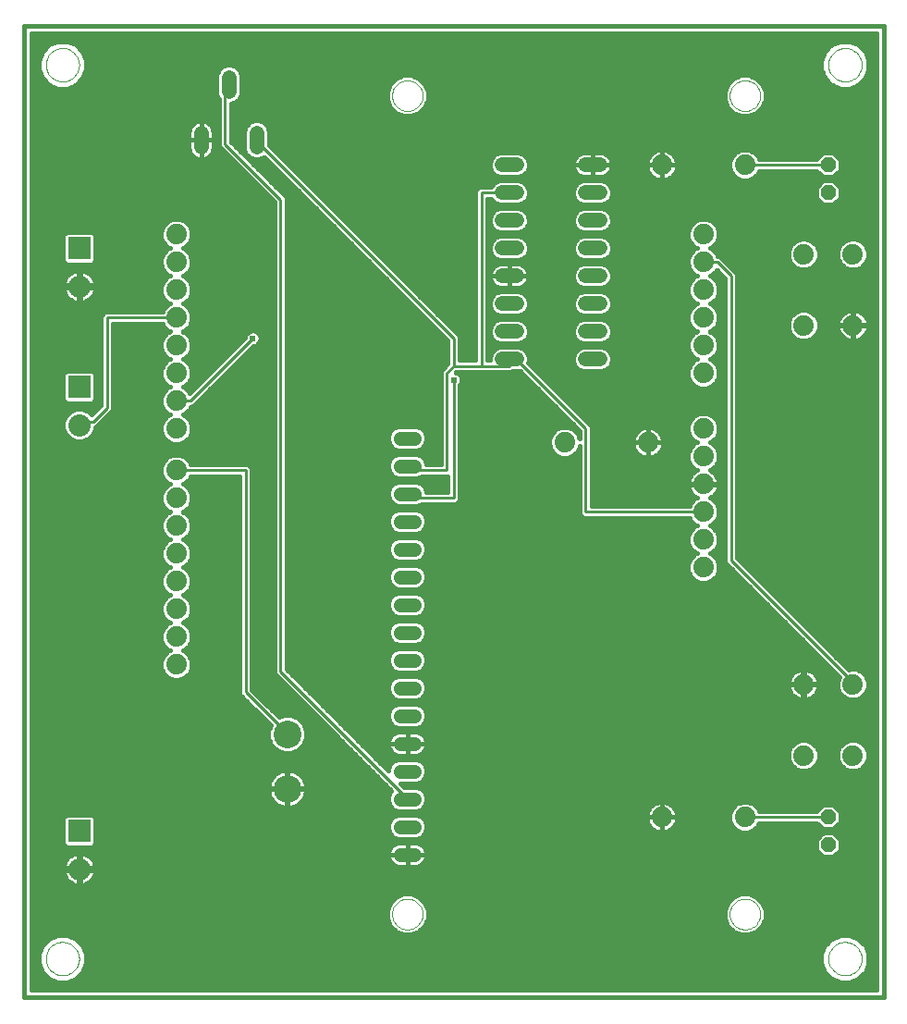
<source format=gtl>
G75*
G70*
%OFA0B0*%
%FSLAX24Y24*%
%IPPOS*%
%LPD*%
%AMOC8*
5,1,8,0,0,1.08239X$1,22.5*
%
%ADD10C,0.0160*%
%ADD11C,0.0740*%
%ADD12R,0.0800X0.0800*%
%ADD13C,0.0800*%
%ADD14OC8,0.0520*%
%ADD15C,0.0520*%
%ADD16C,0.0000*%
%ADD17C,0.0515*%
%ADD18C,0.1000*%
%ADD19C,0.0100*%
%ADD20C,0.0240*%
D10*
X004183Y002689D02*
X035183Y002689D01*
X035183Y037689D01*
X004183Y037689D01*
X004183Y002689D01*
X004443Y002949D02*
X004443Y037429D01*
X034923Y037429D01*
X034923Y002949D01*
X004443Y002949D01*
X004443Y003055D02*
X034923Y003055D01*
X034923Y003213D02*
X004443Y003213D01*
X004443Y003372D02*
X005085Y003372D01*
X005095Y003362D02*
X005095Y003362D01*
X005407Y003233D01*
X005527Y003233D01*
X005527Y003233D01*
X005576Y003233D01*
X005593Y003233D01*
X005626Y003233D01*
X005745Y003233D01*
X006058Y003362D01*
X006297Y003601D01*
X006426Y003913D01*
X006426Y003913D01*
X006426Y004252D01*
X006297Y004564D01*
X006058Y004803D01*
X006058Y004803D01*
X005745Y004932D01*
X005626Y004932D01*
X005626Y004932D01*
X005576Y004932D01*
X005575Y004932D01*
X005527Y004932D01*
X005407Y004932D01*
X005095Y004803D01*
X005095Y004803D01*
X004856Y004564D01*
X004726Y004252D01*
X004726Y004252D01*
X004726Y003913D01*
X004856Y003601D01*
X005095Y003362D01*
X004927Y003530D02*
X004443Y003530D01*
X004443Y003689D02*
X004819Y003689D01*
X004856Y003601D02*
X004856Y003601D01*
X004754Y003847D02*
X004443Y003847D01*
X004443Y004006D02*
X004726Y004006D01*
X004726Y003913D02*
X004726Y003913D01*
X004726Y004164D02*
X004443Y004164D01*
X004443Y004323D02*
X004756Y004323D01*
X004822Y004482D02*
X004443Y004482D01*
X004443Y004640D02*
X004932Y004640D01*
X004856Y004564D02*
X004856Y004564D01*
X005090Y004799D02*
X004443Y004799D01*
X004443Y004957D02*
X034923Y004957D01*
X034923Y004799D02*
X034275Y004799D01*
X034270Y004803D02*
X034270Y004803D01*
X033958Y004932D01*
X033839Y004932D01*
X033839Y004932D01*
X033789Y004932D01*
X033788Y004932D01*
X033739Y004932D01*
X033620Y004932D01*
X033308Y004803D01*
X033307Y004803D01*
X033068Y004564D01*
X032939Y004252D01*
X032939Y004252D01*
X032939Y003913D01*
X033068Y003601D01*
X033307Y003362D01*
X033308Y003362D01*
X033620Y003233D01*
X033739Y003233D01*
X033739Y003233D01*
X033766Y003233D01*
X033789Y003233D01*
X033839Y003233D01*
X033958Y003233D01*
X034270Y003362D01*
X034270Y003362D01*
X034509Y003601D01*
X034639Y003913D01*
X034639Y003913D01*
X034639Y004252D01*
X034509Y004564D01*
X034270Y004803D01*
X034433Y004640D02*
X034923Y004640D01*
X034923Y004482D02*
X034544Y004482D01*
X034509Y004564D02*
X034509Y004564D01*
X034609Y004323D02*
X034923Y004323D01*
X034923Y004164D02*
X034639Y004164D01*
X034639Y004252D02*
X034639Y004252D01*
X034639Y004006D02*
X034923Y004006D01*
X034923Y003847D02*
X034611Y003847D01*
X034546Y003689D02*
X034923Y003689D01*
X034923Y003530D02*
X034439Y003530D01*
X034509Y003601D02*
X034509Y003601D01*
X034280Y003372D02*
X034923Y003372D01*
X033958Y003233D02*
X033958Y003233D01*
X033839Y003233D02*
X033839Y003233D01*
X033620Y003233D02*
X033620Y003233D01*
X033298Y003372D02*
X006068Y003372D01*
X006226Y003530D02*
X033139Y003530D01*
X033068Y003601D02*
X033068Y003601D01*
X033032Y003689D02*
X006333Y003689D01*
X006297Y003601D02*
X006297Y003601D01*
X006399Y003847D02*
X032966Y003847D01*
X032939Y003913D02*
X032939Y003913D01*
X032939Y004006D02*
X006426Y004006D01*
X006426Y004164D02*
X032939Y004164D01*
X032969Y004323D02*
X006397Y004323D01*
X006426Y004252D02*
X006426Y004252D01*
X006331Y004482D02*
X033034Y004482D01*
X033068Y004564D02*
X033068Y004564D01*
X033145Y004640D02*
X006221Y004640D01*
X006297Y004564D02*
X006297Y004564D01*
X006062Y004799D02*
X033303Y004799D01*
X033620Y004932D02*
X033620Y004932D01*
X033739Y004932D02*
X033739Y004932D01*
X033958Y004932D02*
X033958Y004932D01*
X034923Y005116D02*
X030644Y005116D01*
X030597Y005069D02*
X030803Y005275D01*
X030914Y005543D01*
X030914Y005834D01*
X030803Y006103D01*
X030597Y006309D01*
X030328Y006420D01*
X030037Y006420D01*
X029768Y006309D01*
X029563Y006103D01*
X029451Y005834D01*
X029451Y005543D01*
X029563Y005275D01*
X029768Y005069D01*
X030037Y004958D01*
X030328Y004958D01*
X030597Y005069D01*
X030802Y005274D02*
X034923Y005274D01*
X034923Y005433D02*
X030868Y005433D01*
X030914Y005591D02*
X034923Y005591D01*
X034923Y005750D02*
X030914Y005750D01*
X030883Y005908D02*
X034923Y005908D01*
X034923Y006067D02*
X030817Y006067D01*
X030680Y006226D02*
X034923Y006226D01*
X034923Y006384D02*
X030415Y006384D01*
X029951Y006384D02*
X018242Y006384D01*
X018155Y006420D02*
X017864Y006420D01*
X017595Y006309D01*
X017390Y006103D01*
X017278Y005834D01*
X017278Y005543D01*
X017390Y005275D01*
X017595Y005069D01*
X017864Y004958D01*
X018155Y004958D01*
X018424Y005069D01*
X018629Y005275D01*
X018741Y005543D01*
X018741Y005834D01*
X018629Y006103D01*
X018424Y006309D01*
X018155Y006420D01*
X017777Y006384D02*
X004443Y006384D01*
X004443Y006226D02*
X017512Y006226D01*
X017375Y006067D02*
X004443Y006067D01*
X004443Y005908D02*
X017309Y005908D01*
X017278Y005750D02*
X004443Y005750D01*
X004443Y005591D02*
X017278Y005591D01*
X017324Y005433D02*
X004443Y005433D01*
X004443Y005274D02*
X017390Y005274D01*
X017548Y005116D02*
X004443Y005116D01*
X005407Y004932D02*
X005407Y004932D01*
X005527Y004932D02*
X005527Y004932D01*
X005745Y004932D02*
X005745Y004932D01*
X006047Y006745D02*
X005960Y006773D01*
X005879Y006815D01*
X005805Y006868D01*
X005740Y006933D01*
X005687Y007007D01*
X005645Y007088D01*
X005617Y007175D01*
X005603Y007265D01*
X005603Y007273D01*
X006144Y007273D01*
X006144Y007349D01*
X005603Y007349D01*
X005603Y007356D01*
X005617Y007447D01*
X005645Y007534D01*
X005687Y007615D01*
X005740Y007689D01*
X005805Y007753D01*
X005879Y007807D01*
X005960Y007848D01*
X006047Y007877D01*
X006137Y007891D01*
X006144Y007891D01*
X006144Y007349D01*
X006221Y007349D01*
X006763Y007349D01*
X006763Y007356D01*
X006748Y007447D01*
X006720Y007534D01*
X006679Y007615D01*
X006625Y007689D01*
X006561Y007753D01*
X006487Y007807D01*
X006405Y007848D01*
X006319Y007877D01*
X006228Y007891D01*
X006221Y007891D01*
X006221Y007349D01*
X006221Y007273D01*
X006763Y007273D01*
X006763Y007265D01*
X006748Y007175D01*
X006720Y007088D01*
X006679Y007007D01*
X006625Y006933D01*
X006561Y006868D01*
X006487Y006815D01*
X006405Y006773D01*
X006319Y006745D01*
X006228Y006731D01*
X006221Y006731D01*
X006221Y007272D01*
X006144Y007272D01*
X006144Y006731D01*
X006137Y006731D01*
X006047Y006745D01*
X006144Y006860D02*
X006221Y006860D01*
X006221Y007018D02*
X006144Y007018D01*
X006144Y007177D02*
X006221Y007177D01*
X006221Y007335D02*
X034923Y007335D01*
X034923Y007177D02*
X006749Y007177D01*
X006684Y007018D02*
X034923Y007018D01*
X034923Y006860D02*
X006548Y006860D01*
X006144Y007335D02*
X004443Y007335D01*
X004443Y007177D02*
X005617Y007177D01*
X005681Y007018D02*
X004443Y007018D01*
X004443Y006860D02*
X005817Y006860D01*
X005632Y007494D02*
X004443Y007494D01*
X004443Y007652D02*
X005714Y007652D01*
X005887Y007811D02*
X004443Y007811D01*
X004443Y007969D02*
X017335Y007969D01*
X017325Y007941D02*
X017314Y007873D01*
X017314Y007839D01*
X018009Y007839D01*
X018009Y008276D01*
X017718Y008276D01*
X017649Y008265D01*
X017584Y008244D01*
X017523Y008213D01*
X017467Y008172D01*
X017418Y008123D01*
X017378Y008068D01*
X017347Y008006D01*
X017325Y007941D01*
X017314Y007838D02*
X017314Y007804D01*
X017325Y007736D01*
X017347Y007670D01*
X017378Y007609D01*
X017418Y007553D01*
X017467Y007505D01*
X017523Y007464D01*
X017584Y007433D01*
X017649Y007412D01*
X017718Y007401D01*
X018009Y007401D01*
X018009Y007838D01*
X018010Y007838D01*
X018010Y007839D01*
X018009Y007839D01*
X018009Y007838D01*
X017314Y007838D01*
X017314Y007811D02*
X006479Y007811D01*
X006651Y007652D02*
X017356Y007652D01*
X017482Y007494D02*
X006733Y007494D01*
X006221Y007494D02*
X006144Y007494D01*
X006144Y007652D02*
X006221Y007652D01*
X006221Y007811D02*
X006144Y007811D01*
X005708Y008109D02*
X005603Y008214D01*
X005603Y009163D01*
X005708Y009269D01*
X006657Y009269D01*
X006763Y009163D01*
X006763Y008214D01*
X006657Y008109D01*
X005708Y008109D01*
X005689Y008128D02*
X004443Y008128D01*
X004443Y008287D02*
X005603Y008287D01*
X005603Y008445D02*
X004443Y008445D01*
X004443Y008604D02*
X005603Y008604D01*
X005603Y008762D02*
X004443Y008762D01*
X004443Y008921D02*
X005603Y008921D01*
X005603Y009079D02*
X004443Y009079D01*
X004443Y009238D02*
X005677Y009238D01*
X006688Y009238D02*
X017573Y009238D01*
X017504Y009209D02*
X017665Y009276D01*
X018354Y009276D01*
X018515Y009209D01*
X018638Y009086D01*
X018704Y008925D01*
X018704Y008751D01*
X018638Y008591D01*
X018515Y008468D01*
X018354Y008401D01*
X017665Y008401D01*
X017504Y008468D01*
X017381Y008591D01*
X017314Y008751D01*
X017314Y008925D01*
X017381Y009086D01*
X017504Y009209D01*
X017378Y009079D02*
X006763Y009079D01*
X006763Y008921D02*
X017314Y008921D01*
X017314Y008762D02*
X006763Y008762D01*
X006763Y008604D02*
X017376Y008604D01*
X017558Y008445D02*
X006763Y008445D01*
X006763Y008287D02*
X032743Y008287D01*
X032743Y008371D02*
X032743Y008007D01*
X033000Y007749D01*
X033365Y007749D01*
X033623Y008007D01*
X033623Y008371D01*
X033365Y008629D01*
X033000Y008629D01*
X032743Y008371D01*
X032817Y008445D02*
X018461Y008445D01*
X018369Y008265D02*
X018301Y008276D01*
X018010Y008276D01*
X018010Y007839D01*
X018704Y007839D01*
X018704Y007873D01*
X018694Y007941D01*
X018672Y008006D01*
X018641Y008068D01*
X018601Y008123D01*
X018552Y008172D01*
X018496Y008213D01*
X018435Y008244D01*
X018369Y008265D01*
X018596Y008128D02*
X032743Y008128D01*
X032780Y007969D02*
X018684Y007969D01*
X018704Y007838D02*
X018010Y007838D01*
X018010Y007401D01*
X018301Y007401D01*
X018369Y007412D01*
X018435Y007433D01*
X018496Y007464D01*
X018552Y007505D01*
X018601Y007553D01*
X018641Y007609D01*
X018672Y007670D01*
X018694Y007736D01*
X018704Y007804D01*
X018704Y007838D01*
X018704Y007811D02*
X032938Y007811D01*
X033427Y007811D02*
X034923Y007811D01*
X034923Y007969D02*
X033586Y007969D01*
X033623Y008128D02*
X034923Y008128D01*
X034923Y008287D02*
X033623Y008287D01*
X033549Y008445D02*
X034923Y008445D01*
X034923Y008604D02*
X033390Y008604D01*
X033365Y008749D02*
X033623Y009007D01*
X033623Y009371D01*
X033365Y009629D01*
X033000Y009629D01*
X032770Y009399D01*
X030691Y009399D01*
X030649Y009500D01*
X030494Y009655D01*
X030292Y009739D01*
X030073Y009739D01*
X029871Y009655D01*
X029716Y009500D01*
X029633Y009298D01*
X029633Y009079D01*
X027722Y009079D01*
X027719Y009060D02*
X027733Y009146D01*
X027733Y009180D01*
X027191Y009180D01*
X027191Y008639D01*
X027226Y008639D01*
X027311Y008652D01*
X027394Y008679D01*
X027471Y008718D01*
X027541Y008769D01*
X027602Y008831D01*
X027653Y008901D01*
X027692Y008978D01*
X027719Y009060D01*
X027733Y009197D02*
X027733Y009232D01*
X027719Y009318D01*
X027692Y009400D01*
X027653Y009477D01*
X027602Y009547D01*
X027541Y009608D01*
X027471Y009659D01*
X027394Y009699D01*
X027311Y009725D01*
X027226Y009739D01*
X027191Y009739D01*
X027191Y009198D01*
X027174Y009198D01*
X027174Y009739D01*
X027139Y009739D01*
X027054Y009725D01*
X026972Y009699D01*
X026894Y009659D01*
X026824Y009608D01*
X026763Y009547D01*
X026712Y009477D01*
X026673Y009400D01*
X026646Y009318D01*
X026633Y009232D01*
X026633Y009197D01*
X027174Y009197D01*
X027174Y009180D01*
X027191Y009180D01*
X027191Y009197D01*
X027733Y009197D01*
X027732Y009238D02*
X029633Y009238D01*
X029633Y009079D02*
X029716Y008877D01*
X029871Y008723D01*
X030073Y008639D01*
X030292Y008639D01*
X030494Y008723D01*
X030649Y008877D01*
X030691Y008979D01*
X032770Y008979D01*
X033000Y008749D01*
X033365Y008749D01*
X033378Y008762D02*
X034923Y008762D01*
X034923Y008921D02*
X033537Y008921D01*
X033623Y009079D02*
X034923Y009079D01*
X034923Y009238D02*
X033623Y009238D01*
X033597Y009396D02*
X034923Y009396D01*
X034923Y009555D02*
X033439Y009555D01*
X032927Y009555D02*
X030594Y009555D01*
X030353Y009713D02*
X034923Y009713D01*
X034923Y009872D02*
X018704Y009872D01*
X018704Y009925D02*
X018638Y010086D01*
X018515Y010209D01*
X018354Y010276D01*
X017893Y010276D01*
X017767Y010401D01*
X018354Y010401D01*
X018515Y010468D01*
X018638Y010591D01*
X018704Y010751D01*
X018704Y010925D01*
X018638Y011086D01*
X018515Y011209D01*
X018354Y011276D01*
X017665Y011276D01*
X017504Y011209D01*
X017381Y011086D01*
X017314Y010925D01*
X017314Y010854D01*
X013643Y014526D01*
X013643Y031352D01*
X013643Y031526D01*
X011643Y033526D01*
X011643Y034883D01*
X011664Y034883D01*
X011826Y034949D01*
X011949Y035073D01*
X012016Y035235D01*
X012016Y035930D01*
X011949Y036092D01*
X011826Y036216D01*
X011664Y036282D01*
X011489Y036282D01*
X011327Y036216D01*
X011203Y036092D01*
X011136Y035930D01*
X011136Y035235D01*
X011203Y035073D01*
X011223Y035054D01*
X011223Y033352D01*
X011346Y033229D01*
X013223Y031352D01*
X013223Y014352D01*
X013346Y014229D01*
X017435Y010140D01*
X017381Y010086D01*
X017314Y009925D01*
X017314Y009751D01*
X017381Y009591D01*
X017504Y009468D01*
X017665Y009401D01*
X018354Y009401D01*
X018515Y009468D01*
X018638Y009591D01*
X018704Y009751D01*
X018704Y009925D01*
X018661Y010031D02*
X034923Y010031D01*
X034923Y010189D02*
X018535Y010189D01*
X018553Y010506D02*
X034923Y010506D01*
X034923Y010348D02*
X017821Y010348D01*
X017385Y010189D02*
X013701Y010189D01*
X013701Y010186D02*
X013701Y010223D01*
X013664Y010223D01*
X013664Y010186D01*
X013003Y010186D01*
X013003Y010160D01*
X013014Y010072D01*
X013037Y009986D01*
X013071Y009903D01*
X013116Y009826D01*
X013170Y009755D01*
X013233Y009692D01*
X013304Y009638D01*
X013381Y009593D01*
X013464Y009559D01*
X013550Y009536D01*
X013638Y009525D01*
X013664Y009525D01*
X013664Y010186D01*
X013701Y010186D01*
X013701Y009525D01*
X013727Y009525D01*
X013816Y009536D01*
X013902Y009559D01*
X013984Y009593D01*
X014061Y009638D01*
X014132Y009692D01*
X014195Y009755D01*
X014249Y009826D01*
X014294Y009903D01*
X014328Y009986D01*
X014351Y010072D01*
X014363Y010160D01*
X014363Y010186D01*
X013701Y010186D01*
X013701Y010223D02*
X014363Y010223D01*
X014363Y010249D01*
X014351Y010338D01*
X014328Y010424D01*
X014294Y010506D01*
X014249Y010583D01*
X014195Y010654D01*
X014132Y010717D01*
X014061Y010771D01*
X013984Y010816D01*
X013902Y010850D01*
X013816Y010873D01*
X013727Y010885D01*
X013701Y010885D01*
X013701Y010223D01*
X013664Y010223D02*
X013664Y010885D01*
X013638Y010885D01*
X013550Y010873D01*
X013464Y010850D01*
X013381Y010816D01*
X013304Y010771D01*
X013233Y010717D01*
X013170Y010654D01*
X013116Y010583D01*
X013071Y010506D01*
X013037Y010424D01*
X013014Y010338D01*
X013003Y010249D01*
X013003Y010223D01*
X013664Y010223D01*
X013664Y010189D02*
X004443Y010189D01*
X004443Y010031D02*
X013025Y010031D01*
X013089Y009872D02*
X004443Y009872D01*
X004443Y009713D02*
X013212Y009713D01*
X013480Y009555D02*
X004443Y009555D01*
X004443Y009396D02*
X026672Y009396D01*
X026634Y009238D02*
X018446Y009238D01*
X018641Y009079D02*
X026643Y009079D01*
X026646Y009060D02*
X026673Y008978D01*
X026712Y008901D01*
X026763Y008831D01*
X026824Y008769D01*
X026894Y008718D01*
X026972Y008679D01*
X027054Y008652D01*
X027139Y008639D01*
X027174Y008639D01*
X027174Y009180D01*
X026633Y009180D01*
X026633Y009146D01*
X026646Y009060D01*
X026702Y008921D02*
X018704Y008921D01*
X018704Y008762D02*
X026834Y008762D01*
X027174Y008762D02*
X027191Y008762D01*
X027174Y008921D02*
X027191Y008921D01*
X027174Y009079D02*
X027191Y009079D01*
X027174Y009238D02*
X027191Y009238D01*
X027174Y009396D02*
X027191Y009396D01*
X027174Y009555D02*
X027191Y009555D01*
X027174Y009713D02*
X027191Y009713D01*
X027348Y009713D02*
X030012Y009713D01*
X029771Y009555D02*
X027594Y009555D01*
X027694Y009396D02*
X029673Y009396D01*
X029698Y008921D02*
X027663Y008921D01*
X027531Y008762D02*
X029831Y008762D01*
X030534Y008762D02*
X032987Y008762D01*
X032975Y008604D02*
X018643Y008604D01*
X018009Y008128D02*
X018010Y008128D01*
X018009Y007969D02*
X018010Y007969D01*
X018009Y007811D02*
X018010Y007811D01*
X018009Y007652D02*
X018010Y007652D01*
X018009Y007494D02*
X018010Y007494D01*
X018537Y007494D02*
X034923Y007494D01*
X034923Y007652D02*
X018663Y007652D01*
X017423Y008128D02*
X006676Y008128D01*
X004443Y006701D02*
X034923Y006701D01*
X034923Y006543D02*
X004443Y006543D01*
X005407Y003233D02*
X005407Y003233D01*
X005626Y003233D02*
X005626Y003233D01*
X005745Y003233D02*
X005745Y003233D01*
X004443Y010348D02*
X013017Y010348D01*
X013072Y010506D02*
X004443Y010506D01*
X004443Y010665D02*
X013181Y010665D01*
X013400Y010823D02*
X004443Y010823D01*
X004443Y010982D02*
X016593Y010982D01*
X016751Y010823D02*
X013966Y010823D01*
X013701Y010823D02*
X013664Y010823D01*
X013664Y010665D02*
X013701Y010665D01*
X013701Y010506D02*
X013664Y010506D01*
X013664Y010348D02*
X013701Y010348D01*
X013701Y010031D02*
X013664Y010031D01*
X013664Y009872D02*
X013701Y009872D01*
X013701Y009713D02*
X013664Y009713D01*
X013664Y009555D02*
X013701Y009555D01*
X013885Y009555D02*
X017417Y009555D01*
X017330Y009713D02*
X014153Y009713D01*
X014276Y009872D02*
X017314Y009872D01*
X017358Y010031D02*
X014340Y010031D01*
X014348Y010348D02*
X017227Y010348D01*
X017068Y010506D02*
X014294Y010506D01*
X014184Y010665D02*
X016910Y010665D01*
X017187Y010982D02*
X017338Y010982D01*
X017435Y011140D02*
X017028Y011140D01*
X016870Y011299D02*
X031743Y011299D01*
X031826Y011097D01*
X031981Y010943D01*
X032183Y010859D01*
X032402Y010859D01*
X032604Y010943D01*
X032759Y011097D01*
X032843Y011299D01*
X032843Y011518D01*
X032759Y011720D01*
X032604Y011875D01*
X032402Y011959D01*
X032183Y011959D01*
X031981Y011875D01*
X031826Y011720D01*
X031743Y011518D01*
X031743Y011299D01*
X031743Y011457D02*
X018483Y011457D01*
X018496Y011464D02*
X018552Y011505D01*
X018601Y011553D01*
X018641Y011609D01*
X018672Y011670D01*
X018694Y011736D01*
X018704Y011804D01*
X018704Y011838D01*
X018010Y011838D01*
X018010Y011839D01*
X018009Y011839D01*
X018009Y012276D01*
X017718Y012276D01*
X017649Y012265D01*
X017584Y012244D01*
X017523Y012213D01*
X017467Y012172D01*
X017418Y012123D01*
X017378Y012068D01*
X017347Y012006D01*
X017325Y011941D01*
X017314Y011873D01*
X017314Y011839D01*
X018009Y011839D01*
X018009Y011838D01*
X018010Y011838D01*
X018010Y011401D01*
X018301Y011401D01*
X018369Y011412D01*
X018435Y011433D01*
X018496Y011464D01*
X018645Y011616D02*
X031783Y011616D01*
X031881Y011775D02*
X018700Y011775D01*
X018704Y011839D02*
X018704Y011873D01*
X018694Y011941D01*
X018672Y012006D01*
X018641Y012068D01*
X018601Y012123D01*
X018552Y012172D01*
X018496Y012213D01*
X018435Y012244D01*
X018369Y012265D01*
X018301Y012276D01*
X018010Y012276D01*
X018010Y011839D01*
X018704Y011839D01*
X018695Y011933D02*
X032121Y011933D01*
X032464Y011933D02*
X033901Y011933D01*
X033963Y011959D02*
X033761Y011875D01*
X033606Y011720D01*
X033523Y011518D01*
X033523Y011299D01*
X032842Y011299D01*
X032843Y011457D02*
X033523Y011457D01*
X033523Y011299D02*
X033606Y011097D01*
X033761Y010943D01*
X033963Y010859D01*
X034182Y010859D01*
X034384Y010943D01*
X034539Y011097D01*
X034623Y011299D01*
X034623Y011518D01*
X034539Y011720D01*
X034384Y011875D01*
X034182Y011959D01*
X033963Y011959D01*
X034244Y011933D02*
X034923Y011933D01*
X034923Y011775D02*
X034485Y011775D01*
X034582Y011616D02*
X034923Y011616D01*
X034923Y011457D02*
X034623Y011457D01*
X034622Y011299D02*
X034923Y011299D01*
X034923Y011140D02*
X034557Y011140D01*
X034423Y010982D02*
X034923Y010982D01*
X034923Y010823D02*
X018704Y010823D01*
X018681Y010982D02*
X031942Y010982D01*
X031809Y011140D02*
X018584Y011140D01*
X018668Y010665D02*
X034923Y010665D01*
X033722Y010982D02*
X032643Y010982D01*
X032777Y011140D02*
X033589Y011140D01*
X033563Y011616D02*
X032802Y011616D01*
X032705Y011775D02*
X033661Y011775D01*
X034923Y012092D02*
X018624Y012092D01*
X018415Y012250D02*
X034923Y012250D01*
X034923Y012409D02*
X018373Y012409D01*
X018354Y012401D02*
X018515Y012468D01*
X018638Y012591D01*
X018704Y012751D01*
X018704Y012925D01*
X018638Y013086D01*
X018515Y013209D01*
X018354Y013276D01*
X017665Y013276D01*
X017504Y013209D01*
X017381Y013086D01*
X017314Y012925D01*
X017314Y012751D01*
X017381Y012591D01*
X017504Y012468D01*
X017665Y012401D01*
X018354Y012401D01*
X018614Y012567D02*
X034923Y012567D01*
X034923Y012726D02*
X018694Y012726D01*
X018704Y012884D02*
X034923Y012884D01*
X034923Y013043D02*
X018656Y013043D01*
X018523Y013201D02*
X034923Y013201D01*
X034923Y013360D02*
X014808Y013360D01*
X014650Y013519D02*
X017453Y013519D01*
X017504Y013468D02*
X017381Y013591D01*
X017314Y013751D01*
X017314Y013925D01*
X017381Y014086D01*
X017504Y014209D01*
X017665Y014276D01*
X018354Y014276D01*
X018515Y014209D01*
X018638Y014086D01*
X018704Y013925D01*
X018704Y013751D01*
X018638Y013591D01*
X018515Y013468D01*
X018354Y013401D01*
X017665Y013401D01*
X017504Y013468D01*
X017345Y013677D02*
X014491Y013677D01*
X014333Y013836D02*
X017314Y013836D01*
X017343Y013994D02*
X014174Y013994D01*
X014016Y014153D02*
X017448Y014153D01*
X017504Y014468D02*
X017665Y014401D01*
X018354Y014401D01*
X018515Y014468D01*
X018638Y014591D01*
X018704Y014751D01*
X018704Y014925D01*
X018638Y015086D01*
X018515Y015209D01*
X018354Y015276D01*
X017665Y015276D01*
X017504Y015209D01*
X017381Y015086D01*
X017314Y014925D01*
X017314Y014751D01*
X017381Y014591D01*
X017504Y014468D01*
X017502Y014470D02*
X013699Y014470D01*
X013643Y014628D02*
X017365Y014628D01*
X017314Y014787D02*
X013643Y014787D01*
X013643Y014945D02*
X017323Y014945D01*
X017399Y015104D02*
X013643Y015104D01*
X013643Y015262D02*
X017633Y015262D01*
X017665Y015401D02*
X017504Y015468D01*
X017381Y015591D01*
X017314Y015751D01*
X017314Y015925D01*
X017381Y016086D01*
X017504Y016209D01*
X017665Y016276D01*
X018354Y016276D01*
X018515Y016209D01*
X018638Y016086D01*
X018704Y015925D01*
X018704Y015751D01*
X018638Y015591D01*
X018515Y015468D01*
X018354Y015401D01*
X017665Y015401D01*
X017616Y015421D02*
X013643Y015421D01*
X013643Y015580D02*
X017392Y015580D01*
X017320Y015738D02*
X013643Y015738D01*
X013643Y015897D02*
X017314Y015897D01*
X017368Y016055D02*
X013643Y016055D01*
X013643Y016214D02*
X017515Y016214D01*
X017665Y016401D02*
X017504Y016468D01*
X017381Y016591D01*
X017314Y016751D01*
X017314Y016925D01*
X017381Y017086D01*
X017504Y017209D01*
X017665Y017276D01*
X018354Y017276D01*
X018515Y017209D01*
X018638Y017086D01*
X018704Y016925D01*
X018704Y016751D01*
X018638Y016591D01*
X018515Y016468D01*
X018354Y016401D01*
X017665Y016401D01*
X017441Y016531D02*
X013643Y016531D01*
X013643Y016689D02*
X017340Y016689D01*
X017314Y016848D02*
X013643Y016848D01*
X013643Y017006D02*
X017348Y017006D01*
X017460Y017165D02*
X013643Y017165D01*
X013643Y017324D02*
X030501Y017324D01*
X030342Y017482D02*
X018529Y017482D01*
X018515Y017468D02*
X018638Y017591D01*
X018704Y017751D01*
X018704Y017925D01*
X018638Y018086D01*
X018515Y018209D01*
X018354Y018276D01*
X017665Y018276D01*
X017504Y018209D01*
X017381Y018086D01*
X017314Y017925D01*
X017314Y017751D01*
X017381Y017591D01*
X017504Y017468D01*
X017665Y017401D01*
X018354Y017401D01*
X018515Y017468D01*
X018658Y017641D02*
X028569Y017641D01*
X028573Y017639D02*
X028792Y017639D01*
X028994Y017723D01*
X029149Y017877D01*
X029233Y018079D01*
X029233Y018298D01*
X029149Y018500D01*
X028994Y018655D01*
X028913Y018689D01*
X028994Y018723D01*
X029149Y018877D01*
X029233Y019079D01*
X029233Y019298D01*
X029149Y019500D01*
X028994Y019655D01*
X028913Y019689D01*
X028994Y019723D01*
X029149Y019877D01*
X029233Y020079D01*
X029233Y020298D01*
X029149Y020500D01*
X028994Y020655D01*
X028913Y020689D01*
X028971Y020718D01*
X029041Y020769D01*
X029102Y020831D01*
X029153Y020901D01*
X029192Y020978D01*
X029219Y021060D01*
X029233Y021146D01*
X029233Y021169D01*
X028703Y021169D01*
X028703Y021209D01*
X029233Y021209D01*
X029233Y021232D01*
X029219Y021318D01*
X029192Y021400D01*
X029153Y021477D01*
X029102Y021547D01*
X029041Y021608D01*
X028971Y021659D01*
X028913Y021689D01*
X028994Y021723D01*
X029149Y021877D01*
X029233Y022079D01*
X029233Y022298D01*
X029149Y022500D01*
X028994Y022655D01*
X028913Y022689D01*
X028994Y022723D01*
X029149Y022877D01*
X029233Y023079D01*
X029233Y023298D01*
X029149Y023500D01*
X028994Y023655D01*
X028792Y023739D01*
X028573Y023739D01*
X028371Y023655D01*
X028216Y023500D01*
X028133Y023298D01*
X028133Y023079D01*
X028216Y022877D01*
X028371Y022723D01*
X028453Y022689D01*
X028371Y022655D01*
X028216Y022500D01*
X028133Y022298D01*
X028133Y022079D01*
X028216Y021877D01*
X028371Y021723D01*
X028453Y021689D01*
X028394Y021659D01*
X028324Y021608D01*
X028263Y021547D01*
X028212Y021477D01*
X028173Y021400D01*
X028146Y021318D01*
X028133Y021232D01*
X028133Y021209D01*
X028662Y021209D01*
X028662Y021169D01*
X028133Y021169D01*
X028133Y021146D01*
X028146Y021060D01*
X028173Y020978D01*
X028212Y020901D01*
X028263Y020831D01*
X028324Y020769D01*
X028394Y020718D01*
X028453Y020689D01*
X028371Y020655D01*
X028216Y020500D01*
X028174Y020399D01*
X024643Y020399D01*
X024643Y023102D01*
X024643Y023276D01*
X022363Y025555D01*
X022383Y025601D01*
X022383Y025776D01*
X022316Y025938D01*
X022192Y026062D01*
X022030Y026129D01*
X021335Y026129D01*
X021173Y026062D01*
X021050Y025938D01*
X020983Y025776D01*
X020983Y025649D01*
X020893Y025649D01*
X020893Y031479D01*
X021033Y031479D01*
X021050Y031440D01*
X021173Y031316D01*
X021335Y031249D01*
X022030Y031249D01*
X022192Y031316D01*
X022316Y031440D01*
X022383Y031601D01*
X022383Y031776D01*
X022316Y031938D01*
X022192Y032062D01*
X022030Y032129D01*
X021335Y032129D01*
X021173Y032062D01*
X021050Y031938D01*
X021033Y031899D01*
X020770Y031899D01*
X020596Y031899D01*
X020473Y031776D01*
X020473Y025649D01*
X019893Y025649D01*
X019893Y026526D01*
X019770Y026649D01*
X013016Y033402D01*
X013016Y033930D01*
X012949Y034092D01*
X012826Y034216D01*
X012664Y034282D01*
X012489Y034282D01*
X012327Y034216D01*
X012203Y034092D01*
X012136Y033930D01*
X012136Y033235D01*
X012203Y033073D01*
X012327Y032949D01*
X012489Y032883D01*
X012664Y032883D01*
X012826Y032949D01*
X012850Y032974D01*
X019473Y026352D01*
X019473Y025526D01*
X019223Y025276D01*
X019223Y025102D01*
X019223Y021899D01*
X018704Y021899D01*
X018704Y021925D01*
X018638Y022086D01*
X018515Y022209D01*
X018354Y022276D01*
X017665Y022276D01*
X017504Y022209D01*
X017381Y022086D01*
X017314Y021925D01*
X017314Y021751D01*
X017381Y021591D01*
X017504Y021468D01*
X017665Y021401D01*
X018354Y021401D01*
X018515Y021468D01*
X018526Y021479D01*
X019346Y021479D01*
X019473Y021479D01*
X019473Y020899D01*
X018704Y020899D01*
X018704Y020925D01*
X018638Y021086D01*
X018515Y021209D01*
X018354Y021276D01*
X017665Y021276D01*
X017504Y021209D01*
X017381Y021086D01*
X017314Y020925D01*
X017314Y020751D01*
X017381Y020591D01*
X017504Y020468D01*
X017665Y020401D01*
X018354Y020401D01*
X018515Y020468D01*
X018526Y020479D01*
X019596Y020479D01*
X019770Y020479D01*
X019893Y020602D01*
X019893Y024753D01*
X019920Y024780D01*
X019963Y024883D01*
X019963Y024994D01*
X019920Y025097D01*
X019841Y025176D01*
X019753Y025213D01*
X019770Y025229D01*
X020596Y025229D01*
X020770Y025229D01*
X021596Y025229D01*
X021770Y025229D01*
X021790Y025249D01*
X022030Y025249D01*
X022062Y025262D01*
X024223Y023102D01*
X024223Y022822D01*
X024149Y023000D01*
X023994Y023155D01*
X023792Y023239D01*
X023573Y023239D01*
X023371Y023155D01*
X023216Y023000D01*
X023133Y022798D01*
X023133Y022579D01*
X023216Y022377D01*
X023371Y022223D01*
X023573Y022139D01*
X023792Y022139D01*
X023994Y022223D01*
X024149Y022377D01*
X024223Y022555D01*
X024223Y020102D01*
X024346Y019979D01*
X024520Y019979D01*
X028174Y019979D01*
X028216Y019877D01*
X028371Y019723D01*
X028453Y019689D01*
X028371Y019655D01*
X028216Y019500D01*
X028133Y019298D01*
X028133Y019079D01*
X028216Y018877D01*
X028371Y018723D01*
X028453Y018689D01*
X028371Y018655D01*
X028216Y018500D01*
X028133Y018298D01*
X028133Y018079D01*
X028216Y017877D01*
X028371Y017723D01*
X028573Y017639D01*
X028796Y017641D02*
X030184Y017641D01*
X030025Y017799D02*
X029071Y017799D01*
X029182Y017958D02*
X029867Y017958D01*
X029708Y018116D02*
X029233Y018116D01*
X029233Y018275D02*
X029550Y018275D01*
X029596Y018229D02*
X033588Y014236D01*
X033523Y014078D01*
X033523Y013859D01*
X033606Y013657D01*
X033761Y013503D01*
X033963Y013419D01*
X034182Y013419D01*
X034384Y013503D01*
X034539Y013657D01*
X034623Y013859D01*
X034623Y014078D01*
X034539Y014280D01*
X034384Y014435D01*
X034182Y014519D01*
X033963Y014519D01*
X033918Y014500D01*
X029893Y018526D01*
X029893Y028602D01*
X029893Y028776D01*
X029393Y029276D01*
X029270Y029399D01*
X029191Y029399D01*
X029149Y029500D01*
X028994Y029655D01*
X028913Y029689D01*
X028994Y029723D01*
X029149Y029877D01*
X029233Y030079D01*
X029233Y030298D01*
X029149Y030500D01*
X028994Y030655D01*
X028792Y030739D01*
X028573Y030739D01*
X028371Y030655D01*
X028216Y030500D01*
X028133Y030298D01*
X028133Y030079D01*
X028216Y029877D01*
X028371Y029723D01*
X028453Y029689D01*
X028371Y029655D01*
X028216Y029500D01*
X028133Y029298D01*
X028133Y029079D01*
X028216Y028877D01*
X028371Y028723D01*
X028453Y028689D01*
X028371Y028655D01*
X028216Y028500D01*
X028133Y028298D01*
X028133Y028079D01*
X028216Y027877D01*
X028371Y027723D01*
X028453Y027689D01*
X028371Y027655D01*
X028216Y027500D01*
X028133Y027298D01*
X028133Y027079D01*
X028216Y026877D01*
X028371Y026723D01*
X028453Y026689D01*
X028371Y026655D01*
X028216Y026500D01*
X028133Y026298D01*
X028133Y026079D01*
X028216Y025877D01*
X028371Y025723D01*
X028453Y025689D01*
X028371Y025655D01*
X028216Y025500D01*
X028133Y025298D01*
X028133Y025079D01*
X028216Y024877D01*
X028371Y024723D01*
X028573Y024639D01*
X028792Y024639D01*
X028994Y024723D01*
X029149Y024877D01*
X029233Y025079D01*
X029233Y025298D01*
X029149Y025500D01*
X028994Y025655D01*
X028913Y025689D01*
X028994Y025723D01*
X029149Y025877D01*
X029233Y026079D01*
X029233Y026298D01*
X029149Y026500D01*
X028994Y026655D01*
X028913Y026689D01*
X028994Y026723D01*
X029149Y026877D01*
X029233Y027079D01*
X029233Y027298D01*
X029149Y027500D01*
X028994Y027655D01*
X028913Y027689D01*
X028994Y027723D01*
X029149Y027877D01*
X029233Y028079D01*
X029233Y028298D01*
X029149Y028500D01*
X028994Y028655D01*
X028913Y028689D01*
X028994Y028723D01*
X029149Y028877D01*
X029163Y028911D01*
X029473Y028602D01*
X029473Y018352D01*
X029596Y018229D01*
X029473Y018433D02*
X029177Y018433D01*
X029057Y018592D02*
X029473Y018592D01*
X029473Y018750D02*
X029022Y018750D01*
X029162Y018909D02*
X029473Y018909D01*
X029473Y019068D02*
X029228Y019068D01*
X029233Y019226D02*
X029473Y019226D01*
X029473Y019385D02*
X029197Y019385D01*
X029106Y019543D02*
X029473Y019543D01*
X029473Y019702D02*
X028944Y019702D01*
X029132Y019860D02*
X029473Y019860D01*
X029473Y020019D02*
X029208Y020019D01*
X029233Y020177D02*
X029473Y020177D01*
X029473Y020336D02*
X029217Y020336D01*
X029151Y020494D02*
X029473Y020494D01*
X029473Y020653D02*
X028996Y020653D01*
X029083Y020811D02*
X029473Y020811D01*
X029473Y020970D02*
X029188Y020970D01*
X029230Y021129D02*
X029473Y021129D01*
X029473Y021287D02*
X029224Y021287D01*
X029169Y021446D02*
X029473Y021446D01*
X029473Y021604D02*
X029045Y021604D01*
X029034Y021763D02*
X029473Y021763D01*
X029473Y021921D02*
X029167Y021921D01*
X029233Y022080D02*
X029473Y022080D01*
X029473Y022238D02*
X029233Y022238D01*
X029192Y022397D02*
X029473Y022397D01*
X029473Y022555D02*
X029094Y022555D01*
X028974Y022714D02*
X029473Y022714D01*
X029473Y022873D02*
X029144Y022873D01*
X029213Y023031D02*
X029473Y023031D01*
X029473Y023190D02*
X029233Y023190D01*
X029212Y023348D02*
X029473Y023348D01*
X029473Y023507D02*
X029143Y023507D01*
X028970Y023665D02*
X029473Y023665D01*
X029473Y023824D02*
X024095Y023824D01*
X024253Y023665D02*
X028396Y023665D01*
X028223Y023507D02*
X024412Y023507D01*
X024570Y023348D02*
X028153Y023348D01*
X028133Y023190D02*
X026911Y023190D01*
X026894Y023199D02*
X026811Y023225D01*
X026726Y023239D01*
X026691Y023239D01*
X026691Y022698D01*
X026674Y022698D01*
X026674Y023239D01*
X026639Y023239D01*
X026554Y023225D01*
X026472Y023199D01*
X026394Y023159D01*
X026324Y023108D01*
X026263Y023047D01*
X026212Y022977D01*
X026173Y022900D01*
X026146Y022818D01*
X026133Y022732D01*
X026133Y022697D01*
X026674Y022697D01*
X026674Y022680D01*
X026691Y022680D01*
X026691Y022139D01*
X026726Y022139D01*
X026811Y022152D01*
X026894Y022179D01*
X026971Y022218D01*
X027041Y022269D01*
X027102Y022331D01*
X027153Y022401D01*
X027192Y022478D01*
X027219Y022560D01*
X027233Y022646D01*
X027233Y022680D01*
X026691Y022680D01*
X026691Y022697D01*
X027233Y022697D01*
X027233Y022732D01*
X027219Y022818D01*
X027192Y022900D01*
X027153Y022977D01*
X027102Y023047D01*
X027041Y023108D01*
X026971Y023159D01*
X026894Y023199D01*
X026691Y023190D02*
X026674Y023190D01*
X026674Y023031D02*
X026691Y023031D01*
X026674Y022873D02*
X026691Y022873D01*
X026674Y022714D02*
X026691Y022714D01*
X026674Y022680D02*
X026133Y022680D01*
X026133Y022646D01*
X026146Y022560D01*
X026173Y022478D01*
X026212Y022401D01*
X026263Y022331D01*
X026324Y022269D01*
X026394Y022218D01*
X026472Y022179D01*
X026554Y022152D01*
X026639Y022139D01*
X026674Y022139D01*
X026674Y022680D01*
X026674Y022555D02*
X026691Y022555D01*
X026674Y022397D02*
X026691Y022397D01*
X026674Y022238D02*
X026691Y022238D01*
X026998Y022238D02*
X028133Y022238D01*
X028133Y022080D02*
X024643Y022080D01*
X024643Y022238D02*
X026367Y022238D01*
X026215Y022397D02*
X024643Y022397D01*
X024643Y022555D02*
X026148Y022555D01*
X026133Y022714D02*
X024643Y022714D01*
X024643Y022873D02*
X026164Y022873D01*
X026252Y023031D02*
X024643Y023031D01*
X024643Y023190D02*
X026454Y023190D01*
X027114Y023031D02*
X028153Y023031D01*
X028221Y022873D02*
X027201Y022873D01*
X027233Y022714D02*
X028392Y022714D01*
X028272Y022555D02*
X027218Y022555D01*
X027150Y022397D02*
X028174Y022397D01*
X028198Y021921D02*
X024643Y021921D01*
X024643Y021763D02*
X028331Y021763D01*
X028320Y021604D02*
X024643Y021604D01*
X024643Y021446D02*
X028196Y021446D01*
X028141Y021287D02*
X024643Y021287D01*
X024643Y021129D02*
X028135Y021129D01*
X028177Y020970D02*
X024643Y020970D01*
X024643Y020811D02*
X028282Y020811D01*
X028369Y020653D02*
X024643Y020653D01*
X024643Y020494D02*
X028214Y020494D01*
X028233Y019860D02*
X018704Y019860D01*
X018704Y019925D02*
X018638Y020086D01*
X018515Y020209D01*
X018354Y020276D01*
X017665Y020276D01*
X017504Y020209D01*
X017381Y020086D01*
X017314Y019925D01*
X017314Y019751D01*
X017381Y019591D01*
X017504Y019468D01*
X017665Y019401D01*
X018354Y019401D01*
X018515Y019468D01*
X018638Y019591D01*
X018704Y019751D01*
X018704Y019925D01*
X018666Y020019D02*
X024306Y020019D01*
X024223Y020177D02*
X018547Y020177D01*
X018684Y019702D02*
X028421Y019702D01*
X028259Y019543D02*
X018590Y019543D01*
X018474Y019226D02*
X028133Y019226D01*
X028138Y019068D02*
X018646Y019068D01*
X018638Y019086D02*
X018515Y019209D01*
X018354Y019276D01*
X017665Y019276D01*
X017504Y019209D01*
X017381Y019086D01*
X017314Y018925D01*
X017314Y018751D01*
X017381Y018591D01*
X017504Y018468D01*
X017665Y018401D01*
X018354Y018401D01*
X018515Y018468D01*
X018638Y018591D01*
X018704Y018751D01*
X018704Y018925D01*
X018638Y019086D01*
X018704Y018909D02*
X028203Y018909D01*
X028343Y018750D02*
X018704Y018750D01*
X018638Y018592D02*
X028308Y018592D01*
X028189Y018433D02*
X018432Y018433D01*
X018357Y018275D02*
X028133Y018275D01*
X028133Y018116D02*
X018608Y018116D01*
X018691Y017958D02*
X028183Y017958D01*
X028294Y017799D02*
X018704Y017799D01*
X018559Y017165D02*
X030659Y017165D01*
X030818Y017006D02*
X018671Y017006D01*
X018704Y016848D02*
X030977Y016848D01*
X031135Y016689D02*
X018679Y016689D01*
X018578Y016531D02*
X031294Y016531D01*
X031452Y016372D02*
X013643Y016372D01*
X013223Y016372D02*
X012393Y016372D01*
X012393Y016214D02*
X013223Y016214D01*
X013223Y016055D02*
X012393Y016055D01*
X012393Y015897D02*
X013223Y015897D01*
X013223Y015738D02*
X012393Y015738D01*
X012393Y015580D02*
X013223Y015580D01*
X013223Y015421D02*
X012393Y015421D01*
X012393Y015262D02*
X013223Y015262D01*
X013223Y015104D02*
X012393Y015104D01*
X012393Y014945D02*
X013223Y014945D01*
X013223Y014787D02*
X012393Y014787D01*
X012393Y014628D02*
X013223Y014628D01*
X013223Y014470D02*
X012393Y014470D01*
X012393Y014311D02*
X013263Y014311D01*
X013422Y014153D02*
X012393Y014153D01*
X012393Y013994D02*
X013580Y013994D01*
X013739Y013836D02*
X012393Y013836D01*
X012393Y013776D02*
X012393Y021776D01*
X012270Y021899D01*
X012096Y021899D01*
X010191Y021899D01*
X010149Y022000D01*
X009994Y022155D01*
X009792Y022239D01*
X009573Y022239D01*
X009371Y022155D01*
X009216Y022000D01*
X009133Y021798D01*
X009133Y021579D01*
X009216Y021377D01*
X009371Y021223D01*
X009453Y021189D01*
X009371Y021155D01*
X009216Y021000D01*
X009133Y020798D01*
X009133Y020579D01*
X009216Y020377D01*
X009371Y020223D01*
X009453Y020189D01*
X009371Y020155D01*
X009216Y020000D01*
X009133Y019798D01*
X009133Y019579D01*
X009216Y019377D01*
X009371Y019223D01*
X009453Y019189D01*
X009371Y019155D01*
X009216Y019000D01*
X009133Y018798D01*
X009133Y018579D01*
X009216Y018377D01*
X009371Y018223D01*
X009453Y018189D01*
X009371Y018155D01*
X009216Y018000D01*
X009133Y017798D01*
X009133Y017579D01*
X009216Y017377D01*
X009371Y017223D01*
X009453Y017189D01*
X009371Y017155D01*
X009216Y017000D01*
X009133Y016798D01*
X009133Y016579D01*
X009216Y016377D01*
X009371Y016223D01*
X009453Y016189D01*
X009371Y016155D01*
X009216Y016000D01*
X009133Y015798D01*
X009133Y015579D01*
X009216Y015377D01*
X009371Y015223D01*
X009453Y015189D01*
X009371Y015155D01*
X009216Y015000D01*
X009133Y014798D01*
X009133Y014579D01*
X009216Y014377D01*
X009371Y014223D01*
X009573Y014139D01*
X009792Y014139D01*
X009994Y014223D01*
X010149Y014377D01*
X010233Y014579D01*
X010233Y014798D01*
X010149Y015000D01*
X009994Y015155D01*
X009913Y015189D01*
X009994Y015223D01*
X010149Y015377D01*
X010233Y015579D01*
X010233Y015798D01*
X010149Y016000D01*
X009994Y016155D01*
X009913Y016189D01*
X009994Y016223D01*
X010149Y016377D01*
X010233Y016579D01*
X010233Y016798D01*
X010149Y017000D01*
X009994Y017155D01*
X009913Y017189D01*
X009994Y017223D01*
X010149Y017377D01*
X010233Y017579D01*
X010233Y017798D01*
X010149Y018000D01*
X009994Y018155D01*
X009913Y018189D01*
X009994Y018223D01*
X010149Y018377D01*
X010233Y018579D01*
X010233Y018798D01*
X010149Y019000D01*
X009994Y019155D01*
X009913Y019189D01*
X009994Y019223D01*
X010149Y019377D01*
X010233Y019579D01*
X010233Y019798D01*
X010149Y020000D01*
X009994Y020155D01*
X009913Y020189D01*
X009994Y020223D01*
X010149Y020377D01*
X010233Y020579D01*
X010233Y020798D01*
X010149Y021000D01*
X009994Y021155D01*
X009913Y021189D01*
X009994Y021223D01*
X010149Y021377D01*
X010191Y021479D01*
X011973Y021479D01*
X011973Y013776D01*
X011973Y013602D01*
X013080Y012495D01*
X013003Y012308D01*
X013003Y012038D01*
X013106Y011788D01*
X013297Y011597D01*
X013547Y011493D01*
X013818Y011493D01*
X014068Y011597D01*
X014259Y011788D01*
X014363Y012038D01*
X014363Y012308D01*
X014259Y012558D01*
X014068Y012750D01*
X013818Y012853D01*
X013547Y012853D01*
X013383Y012785D01*
X012393Y013776D01*
X012491Y013677D02*
X013897Y013677D01*
X014056Y013519D02*
X012650Y013519D01*
X012808Y013360D02*
X014215Y013360D01*
X014373Y013201D02*
X012967Y013201D01*
X013126Y013043D02*
X014532Y013043D01*
X014690Y012884D02*
X013284Y012884D01*
X013007Y012567D02*
X004443Y012567D01*
X004443Y012409D02*
X013044Y012409D01*
X013003Y012250D02*
X004443Y012250D01*
X004443Y012092D02*
X013003Y012092D01*
X013046Y011933D02*
X004443Y011933D01*
X004443Y011775D02*
X013120Y011775D01*
X013278Y011616D02*
X004443Y011616D01*
X004443Y011457D02*
X016117Y011457D01*
X016276Y011299D02*
X004443Y011299D01*
X004443Y011140D02*
X016434Y011140D01*
X016711Y011457D02*
X017536Y011457D01*
X017523Y011464D02*
X017584Y011433D01*
X017649Y011412D01*
X017718Y011401D01*
X018009Y011401D01*
X018009Y011838D01*
X017314Y011838D01*
X017314Y011804D01*
X017325Y011736D01*
X017347Y011670D01*
X017378Y011609D01*
X017418Y011553D01*
X017467Y011505D01*
X017523Y011464D01*
X017374Y011616D02*
X016552Y011616D01*
X016394Y011775D02*
X017319Y011775D01*
X017324Y011933D02*
X016235Y011933D01*
X016077Y012092D02*
X017395Y012092D01*
X017604Y012250D02*
X015918Y012250D01*
X015760Y012409D02*
X017646Y012409D01*
X017404Y012567D02*
X015601Y012567D01*
X015443Y012726D02*
X017325Y012726D01*
X017314Y012884D02*
X015284Y012884D01*
X015126Y013043D02*
X017363Y013043D01*
X017496Y013201D02*
X014967Y013201D01*
X014849Y012726D02*
X014092Y012726D01*
X014250Y012567D02*
X015007Y012567D01*
X015166Y012409D02*
X014321Y012409D01*
X014363Y012250D02*
X015324Y012250D01*
X015483Y012092D02*
X014363Y012092D01*
X014319Y011933D02*
X015641Y011933D01*
X015800Y011775D02*
X014246Y011775D01*
X014087Y011616D02*
X015959Y011616D01*
X018009Y011616D02*
X018010Y011616D01*
X018009Y011775D02*
X018010Y011775D01*
X018009Y011933D02*
X018010Y011933D01*
X018009Y012092D02*
X018010Y012092D01*
X018009Y012250D02*
X018010Y012250D01*
X018009Y011457D02*
X018010Y011457D01*
X018689Y009713D02*
X027018Y009713D01*
X026771Y009555D02*
X018602Y009555D01*
X018507Y006226D02*
X029685Y006226D01*
X029548Y006067D02*
X018644Y006067D01*
X018710Y005908D02*
X029482Y005908D01*
X029451Y005750D02*
X018741Y005750D01*
X018741Y005591D02*
X029451Y005591D01*
X029497Y005433D02*
X018695Y005433D01*
X018629Y005274D02*
X029563Y005274D01*
X029722Y005116D02*
X018470Y005116D01*
X012849Y012726D02*
X004443Y012726D01*
X004443Y012884D02*
X012690Y012884D01*
X012532Y013043D02*
X004443Y013043D01*
X004443Y013201D02*
X012373Y013201D01*
X012215Y013360D02*
X004443Y013360D01*
X004443Y013519D02*
X012056Y013519D01*
X011973Y013677D02*
X004443Y013677D01*
X004443Y013836D02*
X011973Y013836D01*
X011973Y013994D02*
X004443Y013994D01*
X004443Y014153D02*
X009540Y014153D01*
X009826Y014153D02*
X011973Y014153D01*
X011973Y014311D02*
X010083Y014311D01*
X010187Y014470D02*
X011973Y014470D01*
X011973Y014628D02*
X010233Y014628D01*
X010233Y014787D02*
X011973Y014787D01*
X011973Y014945D02*
X010172Y014945D01*
X010045Y015104D02*
X011973Y015104D01*
X011973Y015262D02*
X010034Y015262D01*
X010167Y015421D02*
X011973Y015421D01*
X011973Y015580D02*
X010233Y015580D01*
X010233Y015738D02*
X011973Y015738D01*
X011973Y015897D02*
X010192Y015897D01*
X010094Y016055D02*
X011973Y016055D01*
X011973Y016214D02*
X009973Y016214D01*
X010144Y016372D02*
X011973Y016372D01*
X011973Y016531D02*
X010213Y016531D01*
X010233Y016689D02*
X011973Y016689D01*
X011973Y016848D02*
X010212Y016848D01*
X010143Y017006D02*
X011973Y017006D01*
X011973Y017165D02*
X009970Y017165D01*
X010095Y017324D02*
X011973Y017324D01*
X011973Y017482D02*
X010192Y017482D01*
X010233Y017641D02*
X011973Y017641D01*
X011973Y017799D02*
X010232Y017799D01*
X010167Y017958D02*
X011973Y017958D01*
X011973Y018116D02*
X010033Y018116D01*
X010046Y018275D02*
X011973Y018275D01*
X011973Y018433D02*
X010172Y018433D01*
X010233Y018592D02*
X011973Y018592D01*
X011973Y018750D02*
X010233Y018750D01*
X010187Y018909D02*
X011973Y018909D01*
X011973Y019068D02*
X010082Y019068D01*
X009998Y019226D02*
X011973Y019226D01*
X011973Y019385D02*
X010152Y019385D01*
X010218Y019543D02*
X011973Y019543D01*
X011973Y019702D02*
X010233Y019702D01*
X010207Y019860D02*
X011973Y019860D01*
X011973Y020019D02*
X010130Y020019D01*
X009940Y020177D02*
X011973Y020177D01*
X011973Y020336D02*
X010108Y020336D01*
X010197Y020494D02*
X011973Y020494D01*
X011973Y020653D02*
X010233Y020653D01*
X010227Y020811D02*
X011973Y020811D01*
X011973Y020970D02*
X010161Y020970D01*
X010021Y021129D02*
X011973Y021129D01*
X011973Y021287D02*
X010059Y021287D01*
X010177Y021446D02*
X011973Y021446D01*
X012393Y021446D02*
X013223Y021446D01*
X013223Y021604D02*
X012393Y021604D01*
X012393Y021763D02*
X013223Y021763D01*
X013223Y021921D02*
X010182Y021921D01*
X010069Y022080D02*
X013223Y022080D01*
X013223Y022238D02*
X009793Y022238D01*
X009572Y022238D02*
X004443Y022238D01*
X004443Y022080D02*
X009296Y022080D01*
X009184Y021921D02*
X004443Y021921D01*
X004443Y021763D02*
X009133Y021763D01*
X009133Y021604D02*
X004443Y021604D01*
X004443Y021446D02*
X009188Y021446D01*
X009307Y021287D02*
X004443Y021287D01*
X004443Y021129D02*
X009345Y021129D01*
X009204Y020970D02*
X004443Y020970D01*
X004443Y020811D02*
X009138Y020811D01*
X009133Y020653D02*
X004443Y020653D01*
X004443Y020494D02*
X009168Y020494D01*
X009258Y020336D02*
X004443Y020336D01*
X004443Y020177D02*
X009425Y020177D01*
X009235Y020019D02*
X004443Y020019D01*
X004443Y019860D02*
X009158Y019860D01*
X009133Y019702D02*
X004443Y019702D01*
X004443Y019543D02*
X009148Y019543D01*
X009213Y019385D02*
X004443Y019385D01*
X004443Y019226D02*
X009368Y019226D01*
X009284Y019068D02*
X004443Y019068D01*
X004443Y018909D02*
X009179Y018909D01*
X009133Y018750D02*
X004443Y018750D01*
X004443Y018592D02*
X009133Y018592D01*
X009193Y018433D02*
X004443Y018433D01*
X004443Y018275D02*
X009319Y018275D01*
X009332Y018116D02*
X004443Y018116D01*
X004443Y017958D02*
X009199Y017958D01*
X009133Y017799D02*
X004443Y017799D01*
X004443Y017641D02*
X009133Y017641D01*
X009173Y017482D02*
X004443Y017482D01*
X004443Y017324D02*
X009270Y017324D01*
X009395Y017165D02*
X004443Y017165D01*
X004443Y017006D02*
X009223Y017006D01*
X009153Y016848D02*
X004443Y016848D01*
X004443Y016689D02*
X009133Y016689D01*
X009153Y016531D02*
X004443Y016531D01*
X004443Y016372D02*
X009221Y016372D01*
X009392Y016214D02*
X004443Y016214D01*
X004443Y016055D02*
X009271Y016055D01*
X009173Y015897D02*
X004443Y015897D01*
X004443Y015738D02*
X009133Y015738D01*
X009133Y015580D02*
X004443Y015580D01*
X004443Y015421D02*
X009198Y015421D01*
X009331Y015262D02*
X004443Y015262D01*
X004443Y015104D02*
X009320Y015104D01*
X009194Y014945D02*
X004443Y014945D01*
X004443Y014787D02*
X009133Y014787D01*
X009133Y014628D02*
X004443Y014628D01*
X004443Y014470D02*
X009178Y014470D01*
X009282Y014311D02*
X004443Y014311D01*
X004443Y022397D02*
X013223Y022397D01*
X013223Y022555D02*
X004443Y022555D01*
X004443Y022714D02*
X009392Y022714D01*
X009371Y022723D02*
X009573Y022639D01*
X009792Y022639D01*
X009994Y022723D01*
X010149Y022877D01*
X010233Y023079D01*
X010233Y023298D01*
X010149Y023500D01*
X009994Y023655D01*
X009913Y023689D01*
X009994Y023723D01*
X010149Y023877D01*
X010191Y023979D01*
X010270Y023979D01*
X010393Y024102D01*
X012450Y026159D01*
X012488Y026159D01*
X012591Y026201D01*
X012670Y026280D01*
X012713Y026383D01*
X012713Y026494D01*
X012670Y026597D01*
X012591Y026676D01*
X012488Y026719D01*
X012377Y026719D01*
X012274Y026676D01*
X012195Y026597D01*
X012153Y026494D01*
X012153Y026456D01*
X010163Y024466D01*
X010149Y024500D01*
X009994Y024655D01*
X009913Y024689D01*
X009994Y024723D01*
X010149Y024877D01*
X010233Y025079D01*
X010233Y025298D01*
X010149Y025500D01*
X009994Y025655D01*
X009913Y025689D01*
X009994Y025723D01*
X010149Y025877D01*
X010233Y026079D01*
X010233Y026298D01*
X010149Y026500D01*
X009994Y026655D01*
X009913Y026689D01*
X009994Y026723D01*
X010149Y026877D01*
X010233Y027079D01*
X010233Y027298D01*
X010149Y027500D01*
X009994Y027655D01*
X009913Y027689D01*
X009994Y027723D01*
X010149Y027877D01*
X010233Y028079D01*
X010233Y028298D01*
X010149Y028500D01*
X009994Y028655D01*
X009913Y028689D01*
X009994Y028723D01*
X010149Y028877D01*
X010233Y029079D01*
X010233Y029298D01*
X010149Y029500D01*
X009994Y029655D01*
X009913Y029689D01*
X009994Y029723D01*
X010149Y029877D01*
X010233Y030079D01*
X010233Y030298D01*
X010149Y030500D01*
X009994Y030655D01*
X009792Y030739D01*
X009573Y030739D01*
X009371Y030655D01*
X009216Y030500D01*
X009133Y030298D01*
X009133Y030079D01*
X009216Y029877D01*
X009371Y029723D01*
X009453Y029689D01*
X009371Y029655D01*
X009216Y029500D01*
X009133Y029298D01*
X009133Y029079D01*
X009216Y028877D01*
X009371Y028723D01*
X009453Y028689D01*
X009371Y028655D01*
X009216Y028500D01*
X009133Y028298D01*
X009133Y028079D01*
X009216Y027877D01*
X009371Y027723D01*
X009453Y027689D01*
X009371Y027655D01*
X009216Y027500D01*
X009174Y027399D01*
X007270Y027399D01*
X007096Y027399D01*
X006973Y027276D01*
X006973Y024026D01*
X006630Y023683D01*
X006511Y023803D01*
X006298Y023891D01*
X006067Y023891D01*
X005854Y023803D01*
X005691Y023639D01*
X005603Y023426D01*
X005603Y023195D01*
X005691Y022982D01*
X005854Y022819D01*
X006067Y022731D01*
X006298Y022731D01*
X006511Y022819D01*
X006674Y022982D01*
X006763Y023195D01*
X006763Y023229D01*
X006770Y023229D01*
X006893Y023352D01*
X007393Y023852D01*
X007393Y024026D01*
X007393Y026979D01*
X009174Y026979D01*
X009216Y026877D01*
X009371Y026723D01*
X009453Y026689D01*
X009371Y026655D01*
X009216Y026500D01*
X009133Y026298D01*
X009133Y026079D01*
X009216Y025877D01*
X009371Y025723D01*
X009453Y025689D01*
X009371Y025655D01*
X009216Y025500D01*
X009133Y025298D01*
X009133Y025079D01*
X009216Y024877D01*
X009371Y024723D01*
X009453Y024689D01*
X009371Y024655D01*
X009216Y024500D01*
X009133Y024298D01*
X009133Y024079D01*
X009216Y023877D01*
X009371Y023723D01*
X009453Y023689D01*
X009371Y023655D01*
X009216Y023500D01*
X009133Y023298D01*
X009133Y023079D01*
X009216Y022877D01*
X009371Y022723D01*
X009221Y022873D02*
X006565Y022873D01*
X006695Y023031D02*
X009153Y023031D01*
X009133Y023190D02*
X006760Y023190D01*
X006889Y023348D02*
X009153Y023348D01*
X009223Y023507D02*
X007048Y023507D01*
X007206Y023665D02*
X009396Y023665D01*
X009270Y023824D02*
X007365Y023824D01*
X007393Y023982D02*
X009173Y023982D01*
X009133Y024141D02*
X007393Y024141D01*
X007393Y024299D02*
X009133Y024299D01*
X009199Y024458D02*
X007393Y024458D01*
X007393Y024617D02*
X009333Y024617D01*
X009319Y024775D02*
X007393Y024775D01*
X007393Y024934D02*
X009193Y024934D01*
X009133Y025092D02*
X007393Y025092D01*
X007393Y025251D02*
X009133Y025251D01*
X009179Y025409D02*
X007393Y025409D01*
X007393Y025568D02*
X009284Y025568D01*
X009367Y025726D02*
X007393Y025726D01*
X007393Y025885D02*
X009213Y025885D01*
X009148Y026043D02*
X007393Y026043D01*
X007393Y026202D02*
X009133Y026202D01*
X009159Y026361D02*
X007393Y026361D01*
X007393Y026519D02*
X009235Y026519D01*
X009426Y026678D02*
X007393Y026678D01*
X007393Y026836D02*
X009258Y026836D01*
X009940Y026678D02*
X012278Y026678D01*
X012163Y026519D02*
X010130Y026519D01*
X010207Y026361D02*
X012057Y026361D01*
X011899Y026202D02*
X010233Y026202D01*
X010218Y026043D02*
X011740Y026043D01*
X011582Y025885D02*
X010152Y025885D01*
X009998Y025726D02*
X011423Y025726D01*
X011265Y025568D02*
X010081Y025568D01*
X010187Y025409D02*
X011106Y025409D01*
X010948Y025251D02*
X010233Y025251D01*
X010233Y025092D02*
X010789Y025092D01*
X010631Y024934D02*
X010172Y024934D01*
X010047Y024775D02*
X010472Y024775D01*
X010313Y024617D02*
X010033Y024617D01*
X010432Y024141D02*
X013223Y024141D01*
X013223Y024299D02*
X010590Y024299D01*
X010749Y024458D02*
X013223Y024458D01*
X013223Y024617D02*
X010907Y024617D01*
X011066Y024775D02*
X013223Y024775D01*
X013223Y024934D02*
X011224Y024934D01*
X011383Y025092D02*
X013223Y025092D01*
X013223Y025251D02*
X011542Y025251D01*
X011700Y025409D02*
X013223Y025409D01*
X013223Y025568D02*
X011859Y025568D01*
X012017Y025726D02*
X013223Y025726D01*
X013223Y025885D02*
X012176Y025885D01*
X012334Y026043D02*
X013223Y026043D01*
X013223Y026202D02*
X012592Y026202D01*
X012703Y026361D02*
X013223Y026361D01*
X013223Y026519D02*
X012702Y026519D01*
X012588Y026678D02*
X013223Y026678D01*
X013223Y026836D02*
X010108Y026836D01*
X010198Y026995D02*
X013223Y026995D01*
X013223Y027153D02*
X010233Y027153D01*
X010227Y027312D02*
X013223Y027312D01*
X013223Y027470D02*
X010161Y027470D01*
X010020Y027629D02*
X013223Y027629D01*
X013223Y027787D02*
X010059Y027787D01*
X010177Y027946D02*
X013223Y027946D01*
X013223Y028104D02*
X010233Y028104D01*
X010233Y028263D02*
X013223Y028263D01*
X013223Y028422D02*
X010182Y028422D01*
X010069Y028580D02*
X013223Y028580D01*
X013223Y028739D02*
X010010Y028739D01*
X010157Y028897D02*
X013223Y028897D01*
X013223Y029056D02*
X010223Y029056D01*
X010233Y029214D02*
X013223Y029214D01*
X013223Y029373D02*
X010202Y029373D01*
X010118Y029531D02*
X013223Y029531D01*
X013223Y029690D02*
X009915Y029690D01*
X010120Y029848D02*
X013223Y029848D01*
X013223Y030007D02*
X010203Y030007D01*
X010233Y030166D02*
X013223Y030166D01*
X013223Y030324D02*
X010222Y030324D01*
X010156Y030483D02*
X013223Y030483D01*
X013223Y030641D02*
X010008Y030641D01*
X009357Y030641D02*
X004443Y030641D01*
X004443Y030483D02*
X009209Y030483D01*
X009143Y030324D02*
X004443Y030324D01*
X004443Y030166D02*
X005605Y030166D01*
X005603Y030163D02*
X005603Y029214D01*
X004443Y029214D01*
X004443Y029056D02*
X009142Y029056D01*
X009133Y029214D02*
X006763Y029214D01*
X006763Y030163D01*
X006657Y030269D01*
X005708Y030269D01*
X005603Y030163D01*
X005603Y030007D02*
X004443Y030007D01*
X004443Y029848D02*
X005603Y029848D01*
X005603Y029690D02*
X004443Y029690D01*
X004443Y029531D02*
X005603Y029531D01*
X005603Y029373D02*
X004443Y029373D01*
X004443Y028897D02*
X009208Y028897D01*
X009355Y028739D02*
X006575Y028739D01*
X006561Y028753D02*
X006487Y028807D01*
X006405Y028848D01*
X006319Y028877D01*
X006228Y028891D01*
X006221Y028891D01*
X006221Y028349D01*
X006763Y028349D01*
X006763Y028356D01*
X006748Y028447D01*
X006720Y028534D01*
X006679Y028615D01*
X006625Y028689D01*
X006561Y028753D01*
X006696Y028580D02*
X009296Y028580D01*
X009184Y028422D02*
X006752Y028422D01*
X006763Y028273D02*
X006221Y028273D01*
X006221Y028349D01*
X006144Y028349D01*
X006144Y028273D01*
X005603Y028273D01*
X005603Y028265D01*
X005617Y028175D01*
X005645Y028088D01*
X005687Y028007D01*
X005740Y027933D01*
X005805Y027868D01*
X005879Y027815D01*
X005960Y027773D01*
X006047Y027745D01*
X006137Y027731D01*
X006144Y027731D01*
X006144Y028272D01*
X006221Y028272D01*
X006221Y027731D01*
X006228Y027731D01*
X006319Y027745D01*
X006405Y027773D01*
X006487Y027815D01*
X006561Y027868D01*
X006625Y027933D01*
X006679Y028007D01*
X006720Y028088D01*
X006748Y028175D01*
X006763Y028265D01*
X006763Y028273D01*
X006762Y028263D02*
X009133Y028263D01*
X009133Y028104D02*
X006725Y028104D01*
X006634Y027946D02*
X009188Y027946D01*
X009306Y027787D02*
X006433Y027787D01*
X006221Y027787D02*
X006144Y027787D01*
X006144Y027946D02*
X006221Y027946D01*
X006221Y028104D02*
X006144Y028104D01*
X006144Y028263D02*
X006221Y028263D01*
X006144Y028349D02*
X005603Y028349D01*
X005603Y028356D01*
X005617Y028447D01*
X005645Y028534D01*
X005687Y028615D01*
X005740Y028689D01*
X005805Y028753D01*
X005879Y028807D01*
X005960Y028848D01*
X006047Y028877D01*
X006137Y028891D01*
X006144Y028891D01*
X006144Y028349D01*
X006144Y028422D02*
X006221Y028422D01*
X006221Y028580D02*
X006144Y028580D01*
X006144Y028739D02*
X006221Y028739D01*
X005790Y028739D02*
X004443Y028739D01*
X004443Y028580D02*
X005669Y028580D01*
X005613Y028422D02*
X004443Y028422D01*
X004443Y028263D02*
X005603Y028263D01*
X005640Y028104D02*
X004443Y028104D01*
X004443Y027946D02*
X005731Y027946D01*
X005932Y027787D02*
X004443Y027787D01*
X004443Y027629D02*
X009345Y027629D01*
X009204Y027470D02*
X004443Y027470D01*
X004443Y027312D02*
X007009Y027312D01*
X006973Y027153D02*
X004443Y027153D01*
X004443Y026995D02*
X006973Y026995D01*
X006973Y026836D02*
X004443Y026836D01*
X004443Y026678D02*
X006973Y026678D01*
X006973Y026519D02*
X004443Y026519D01*
X004443Y026361D02*
X006973Y026361D01*
X006973Y026202D02*
X004443Y026202D01*
X004443Y026043D02*
X006973Y026043D01*
X006973Y025885D02*
X004443Y025885D01*
X004443Y025726D02*
X006973Y025726D01*
X006973Y025568D02*
X004443Y025568D01*
X004443Y025409D02*
X006973Y025409D01*
X006973Y025251D02*
X006675Y025251D01*
X006657Y025269D02*
X005708Y025269D01*
X005603Y025163D01*
X005603Y024214D01*
X005708Y024109D01*
X006657Y024109D01*
X006763Y024214D01*
X006763Y025163D01*
X006657Y025269D01*
X006763Y025092D02*
X006973Y025092D01*
X006973Y024934D02*
X006763Y024934D01*
X006763Y024775D02*
X006973Y024775D01*
X006973Y024617D02*
X006763Y024617D01*
X006763Y024458D02*
X006973Y024458D01*
X006973Y024299D02*
X006763Y024299D01*
X006689Y024141D02*
X006973Y024141D01*
X006929Y023982D02*
X004443Y023982D01*
X004443Y023824D02*
X005906Y023824D01*
X005717Y023665D02*
X004443Y023665D01*
X004443Y023507D02*
X005636Y023507D01*
X005603Y023348D02*
X004443Y023348D01*
X004443Y023190D02*
X005605Y023190D01*
X005671Y023031D02*
X004443Y023031D01*
X004443Y022873D02*
X005801Y022873D01*
X006460Y023824D02*
X006771Y023824D01*
X005676Y024141D02*
X004443Y024141D01*
X004443Y024299D02*
X005603Y024299D01*
X005603Y024458D02*
X004443Y024458D01*
X004443Y024617D02*
X005603Y024617D01*
X005603Y024775D02*
X004443Y024775D01*
X004443Y024934D02*
X005603Y024934D01*
X005603Y025092D02*
X004443Y025092D01*
X004443Y025251D02*
X005690Y025251D01*
X005708Y029109D02*
X005603Y029214D01*
X005708Y029109D02*
X006657Y029109D01*
X006763Y029214D01*
X006763Y029373D02*
X009164Y029373D01*
X009247Y029531D02*
X006763Y029531D01*
X006763Y029690D02*
X009450Y029690D01*
X009245Y029848D02*
X006763Y029848D01*
X006763Y030007D02*
X009163Y030007D01*
X009133Y030166D02*
X006760Y030166D01*
X004443Y030800D02*
X013223Y030800D01*
X013223Y030958D02*
X004443Y030958D01*
X004443Y031117D02*
X013223Y031117D01*
X013223Y031275D02*
X004443Y031275D01*
X004443Y031434D02*
X013141Y031434D01*
X012982Y031592D02*
X004443Y031592D01*
X004443Y031751D02*
X012824Y031751D01*
X012665Y031910D02*
X004443Y031910D01*
X004443Y032068D02*
X012506Y032068D01*
X012348Y032227D02*
X004443Y032227D01*
X004443Y032385D02*
X012189Y032385D01*
X012031Y032544D02*
X004443Y032544D01*
X004443Y032702D02*
X011872Y032702D01*
X011714Y032861D02*
X004443Y032861D01*
X004443Y033019D02*
X010257Y033019D01*
X010241Y033036D02*
X010290Y032987D01*
X010346Y032946D01*
X010407Y032915D01*
X010473Y032893D01*
X010542Y032883D01*
X010576Y032883D01*
X010576Y033582D01*
X010577Y033582D01*
X010577Y033583D01*
X011016Y033583D01*
X011016Y033877D01*
X011006Y033946D01*
X010984Y034011D01*
X010953Y034073D01*
X010912Y034129D01*
X011223Y034129D01*
X011223Y033971D02*
X010997Y033971D01*
X011016Y033812D02*
X011223Y033812D01*
X011223Y033654D02*
X011016Y033654D01*
X011016Y033582D02*
X010577Y033582D01*
X010577Y032883D01*
X010611Y032883D01*
X010679Y032893D01*
X010745Y032915D01*
X010807Y032946D01*
X010863Y032987D01*
X010912Y033036D01*
X010953Y033092D01*
X010984Y033154D01*
X011006Y033219D01*
X011016Y033288D01*
X011016Y033582D01*
X011016Y033495D02*
X011223Y033495D01*
X011238Y033336D02*
X011016Y033336D01*
X010992Y033178D02*
X011397Y033178D01*
X011555Y033019D02*
X010895Y033019D01*
X010577Y033019D02*
X010576Y033019D01*
X010576Y033178D02*
X010577Y033178D01*
X010576Y033336D02*
X010577Y033336D01*
X010576Y033495D02*
X010577Y033495D01*
X010576Y033582D02*
X010136Y033582D01*
X010136Y033288D01*
X010147Y033219D01*
X010169Y033154D01*
X010200Y033092D01*
X010241Y033036D01*
X010161Y033178D02*
X004443Y033178D01*
X004443Y033336D02*
X010136Y033336D01*
X010136Y033495D02*
X004443Y033495D01*
X004443Y033654D02*
X010136Y033654D01*
X010136Y033583D02*
X010576Y033583D01*
X010576Y034282D01*
X010542Y034282D01*
X010473Y034272D01*
X010407Y034250D01*
X010346Y034219D01*
X010290Y034178D01*
X010241Y034129D01*
X004443Y034129D01*
X004443Y033971D02*
X010155Y033971D01*
X010147Y033946D02*
X010136Y033877D01*
X010136Y033583D01*
X010136Y033812D02*
X004443Y033812D01*
X004443Y034288D02*
X011223Y034288D01*
X011223Y034446D02*
X004443Y034446D01*
X004443Y034605D02*
X011223Y034605D01*
X011223Y034763D02*
X004443Y034763D01*
X004443Y034922D02*
X011223Y034922D01*
X011200Y035080D02*
X004443Y035080D01*
X004443Y035239D02*
X011136Y035239D01*
X011136Y035397D02*
X004443Y035397D01*
X004443Y035556D02*
X005140Y035556D01*
X005095Y035575D02*
X005407Y035445D01*
X005527Y035445D01*
X005527Y035445D01*
X005576Y035445D01*
X005596Y035445D01*
X005626Y035445D01*
X005626Y035445D01*
X005745Y035445D01*
X005745Y035445D01*
X006058Y035575D01*
X006297Y035814D01*
X006426Y036126D01*
X006426Y036464D01*
X006297Y036777D01*
X006058Y037016D01*
X006058Y037016D01*
X005745Y037145D01*
X005626Y037145D01*
X005576Y037145D01*
X005527Y037145D01*
X005407Y037145D01*
X005095Y037016D01*
X004856Y036777D01*
X004726Y036464D01*
X004726Y036126D01*
X004856Y035814D01*
X004856Y035814D01*
X005095Y035575D01*
X005095Y035575D01*
X005095Y035575D01*
X004955Y035715D02*
X004443Y035715D01*
X004443Y035873D02*
X004831Y035873D01*
X004766Y036032D02*
X004443Y036032D01*
X004443Y036190D02*
X004726Y036190D01*
X004726Y036349D02*
X004443Y036349D01*
X004443Y036507D02*
X004744Y036507D01*
X004810Y036666D02*
X004443Y036666D01*
X004443Y036824D02*
X004904Y036824D01*
X005062Y036983D02*
X004443Y036983D01*
X004443Y037141D02*
X005399Y037141D01*
X005407Y037145D02*
X005407Y037145D01*
X005527Y037145D02*
X005527Y037145D01*
X005576Y037145D02*
X005576Y037145D01*
X005626Y037145D02*
X005626Y037145D01*
X005745Y037145D02*
X005745Y037145D01*
X005754Y037141D02*
X033611Y037141D01*
X033620Y037145D02*
X033308Y037016D01*
X033307Y037016D02*
X033068Y036777D01*
X033068Y036777D01*
X032939Y036464D01*
X032939Y036126D01*
X033068Y035814D01*
X033307Y035575D01*
X033308Y035575D01*
X033620Y035445D01*
X033739Y035445D01*
X033739Y035445D01*
X033765Y035445D01*
X033789Y035445D01*
X033839Y035445D01*
X033958Y035445D01*
X034270Y035575D01*
X034270Y035575D01*
X034509Y035814D01*
X034639Y036126D01*
X034639Y036464D01*
X034639Y036464D01*
X034509Y036777D01*
X034270Y037016D01*
X033958Y037145D01*
X033839Y037145D01*
X033789Y037145D01*
X033788Y037145D01*
X033739Y037145D01*
X033620Y037145D01*
X033620Y037145D01*
X033739Y037145D02*
X033739Y037145D01*
X033839Y037145D02*
X033839Y037145D01*
X033958Y037145D02*
X033958Y037145D01*
X033967Y037141D02*
X034923Y037141D01*
X034923Y036983D02*
X034303Y036983D01*
X034270Y037016D02*
X034270Y037016D01*
X034462Y036824D02*
X034923Y036824D01*
X034923Y036666D02*
X034555Y036666D01*
X034509Y036777D02*
X034509Y036777D01*
X034621Y036507D02*
X034923Y036507D01*
X034923Y036349D02*
X034639Y036349D01*
X034639Y036190D02*
X034923Y036190D01*
X034923Y036032D02*
X034600Y036032D01*
X034639Y036126D02*
X034639Y036126D01*
X034534Y035873D02*
X034923Y035873D01*
X034923Y035715D02*
X034410Y035715D01*
X034509Y035814D02*
X034509Y035814D01*
X034226Y035556D02*
X034923Y035556D01*
X034923Y035397D02*
X030886Y035397D01*
X030914Y035330D02*
X030803Y035599D01*
X030597Y035805D01*
X030328Y035916D01*
X030037Y035916D01*
X029768Y035805D01*
X029563Y035599D01*
X029451Y035330D01*
X029451Y035039D01*
X029563Y034771D01*
X029768Y034565D01*
X030037Y034454D01*
X030328Y034454D01*
X030597Y034565D01*
X030803Y034771D01*
X030914Y035039D01*
X030914Y035330D01*
X030914Y035239D02*
X034923Y035239D01*
X034923Y035080D02*
X030914Y035080D01*
X030865Y034922D02*
X034923Y034922D01*
X034923Y034763D02*
X030795Y034763D01*
X030637Y034605D02*
X034923Y034605D01*
X034923Y034446D02*
X011643Y034446D01*
X011643Y034288D02*
X034923Y034288D01*
X034923Y034129D02*
X012912Y034129D01*
X013000Y033971D02*
X034923Y033971D01*
X034923Y033812D02*
X013016Y033812D01*
X013016Y033654D02*
X034923Y033654D01*
X034923Y033495D02*
X013016Y033495D01*
X013082Y033336D02*
X034923Y033336D01*
X034923Y033178D02*
X030439Y033178D01*
X030494Y033155D02*
X030292Y033239D01*
X030073Y033239D01*
X029871Y033155D01*
X029716Y033000D01*
X029633Y032798D01*
X029633Y032579D01*
X029716Y032377D01*
X029871Y032223D01*
X030073Y032139D01*
X030292Y032139D01*
X030494Y032223D01*
X030649Y032377D01*
X030691Y032479D01*
X032770Y032479D01*
X033000Y032249D01*
X033365Y032249D01*
X033623Y032507D01*
X033623Y032871D01*
X033365Y033129D01*
X033000Y033129D01*
X032770Y032899D01*
X030691Y032899D01*
X030649Y033000D01*
X030494Y033155D01*
X030630Y033019D02*
X032891Y033019D01*
X033474Y033019D02*
X034923Y033019D01*
X034923Y032861D02*
X033623Y032861D01*
X033623Y032702D02*
X034923Y032702D01*
X034923Y032544D02*
X033623Y032544D01*
X033501Y032385D02*
X034923Y032385D01*
X034923Y032227D02*
X030498Y032227D01*
X030652Y032385D02*
X032864Y032385D01*
X033000Y032129D02*
X032743Y031871D01*
X032743Y031507D01*
X033000Y031249D01*
X033365Y031249D01*
X033623Y031507D01*
X033623Y031871D01*
X033365Y032129D01*
X033000Y032129D01*
X032940Y032068D02*
X025177Y032068D01*
X025192Y032062D02*
X025030Y032129D01*
X024335Y032129D01*
X024173Y032062D01*
X024050Y031938D01*
X023983Y031776D01*
X023983Y031601D01*
X024050Y031440D01*
X024173Y031316D01*
X024335Y031249D01*
X025030Y031249D01*
X025192Y031316D01*
X025316Y031440D01*
X025383Y031601D01*
X025383Y031776D01*
X025316Y031938D01*
X025192Y032062D01*
X025327Y031910D02*
X032781Y031910D01*
X032743Y031751D02*
X025383Y031751D01*
X025379Y031592D02*
X032743Y031592D01*
X032815Y031434D02*
X025310Y031434D01*
X025094Y031275D02*
X032974Y031275D01*
X033391Y031275D02*
X034923Y031275D01*
X034923Y031117D02*
X025059Y031117D01*
X025030Y031129D02*
X024335Y031129D01*
X024173Y031062D01*
X024050Y030938D01*
X023983Y030776D01*
X023983Y030601D01*
X024050Y030440D01*
X024173Y030316D01*
X024335Y030249D01*
X025030Y030249D01*
X025192Y030316D01*
X025316Y030440D01*
X025383Y030601D01*
X025383Y030776D01*
X025316Y030938D01*
X025192Y031062D01*
X025030Y031129D01*
X025295Y030958D02*
X034923Y030958D01*
X034923Y030800D02*
X025373Y030800D01*
X025383Y030641D02*
X028357Y030641D01*
X028209Y030483D02*
X025334Y030483D01*
X025200Y030324D02*
X028143Y030324D01*
X028133Y030166D02*
X020893Y030166D01*
X020893Y030324D02*
X021165Y030324D01*
X021173Y030316D02*
X021335Y030249D01*
X022030Y030249D01*
X022192Y030316D01*
X022316Y030440D01*
X022383Y030601D01*
X022383Y030776D01*
X022316Y030938D01*
X022192Y031062D01*
X022030Y031129D01*
X021335Y031129D01*
X021173Y031062D01*
X021050Y030938D01*
X020983Y030776D01*
X020983Y030601D01*
X021050Y030440D01*
X021173Y030316D01*
X021032Y030483D02*
X020893Y030483D01*
X020893Y030641D02*
X020983Y030641D01*
X020992Y030800D02*
X020893Y030800D01*
X020893Y030958D02*
X021070Y030958D01*
X020893Y031117D02*
X021306Y031117D01*
X021271Y031275D02*
X020893Y031275D01*
X020893Y031434D02*
X021055Y031434D01*
X020473Y031434D02*
X014985Y031434D01*
X015143Y031275D02*
X020473Y031275D01*
X020473Y031117D02*
X015302Y031117D01*
X015460Y030958D02*
X020473Y030958D01*
X020473Y030800D02*
X015619Y030800D01*
X015777Y030641D02*
X020473Y030641D01*
X020473Y030483D02*
X015936Y030483D01*
X016094Y030324D02*
X020473Y030324D01*
X020473Y030166D02*
X016253Y030166D01*
X016411Y030007D02*
X020473Y030007D01*
X020473Y029848D02*
X016570Y029848D01*
X016729Y029690D02*
X020473Y029690D01*
X020473Y029531D02*
X016887Y029531D01*
X017046Y029373D02*
X020473Y029373D01*
X020473Y029214D02*
X017204Y029214D01*
X017363Y029056D02*
X020473Y029056D01*
X020473Y028897D02*
X017521Y028897D01*
X017680Y028739D02*
X020473Y028739D01*
X020473Y028580D02*
X017838Y028580D01*
X017997Y028422D02*
X020473Y028422D01*
X020473Y028263D02*
X018155Y028263D01*
X018314Y028104D02*
X020473Y028104D01*
X020473Y027946D02*
X018472Y027946D01*
X018631Y027787D02*
X020473Y027787D01*
X020473Y027629D02*
X018790Y027629D01*
X018948Y027470D02*
X020473Y027470D01*
X020473Y027312D02*
X019107Y027312D01*
X019265Y027153D02*
X020473Y027153D01*
X020473Y026995D02*
X019424Y026995D01*
X019582Y026836D02*
X020473Y026836D01*
X020473Y026678D02*
X019741Y026678D01*
X019893Y026519D02*
X020473Y026519D01*
X020473Y026361D02*
X019893Y026361D01*
X019893Y026202D02*
X020473Y026202D01*
X020473Y026043D02*
X019893Y026043D01*
X019893Y025885D02*
X020473Y025885D01*
X020473Y025726D02*
X019893Y025726D01*
X019473Y025726D02*
X013643Y025726D01*
X013643Y025568D02*
X019473Y025568D01*
X019356Y025409D02*
X013643Y025409D01*
X013643Y025251D02*
X019223Y025251D01*
X019223Y025092D02*
X013643Y025092D01*
X013643Y024934D02*
X019223Y024934D01*
X019223Y024775D02*
X013643Y024775D01*
X013643Y024617D02*
X019223Y024617D01*
X019223Y024458D02*
X013643Y024458D01*
X013643Y024299D02*
X019223Y024299D01*
X019223Y024141D02*
X013643Y024141D01*
X013643Y023982D02*
X019223Y023982D01*
X019223Y023824D02*
X013643Y023824D01*
X013643Y023665D02*
X019223Y023665D01*
X019223Y023507D02*
X013643Y023507D01*
X013643Y023348D02*
X019223Y023348D01*
X019223Y023190D02*
X018534Y023190D01*
X018515Y023209D02*
X018354Y023276D01*
X017665Y023276D01*
X017504Y023209D01*
X017381Y023086D01*
X017314Y022925D01*
X017314Y022751D01*
X017381Y022591D01*
X017504Y022468D01*
X017665Y022401D01*
X018354Y022401D01*
X018515Y022468D01*
X018638Y022591D01*
X018704Y022751D01*
X018704Y022925D01*
X018638Y023086D01*
X018515Y023209D01*
X018661Y023031D02*
X019223Y023031D01*
X019223Y022873D02*
X018704Y022873D01*
X018689Y022714D02*
X019223Y022714D01*
X019223Y022555D02*
X018603Y022555D01*
X018444Y022238D02*
X019223Y022238D01*
X019223Y022080D02*
X018640Y022080D01*
X018704Y021921D02*
X019223Y021921D01*
X019223Y022397D02*
X013643Y022397D01*
X013643Y022555D02*
X017416Y022555D01*
X017330Y022714D02*
X013643Y022714D01*
X013643Y022873D02*
X017314Y022873D01*
X017358Y023031D02*
X013643Y023031D01*
X013643Y023190D02*
X017485Y023190D01*
X017574Y022238D02*
X013643Y022238D01*
X013643Y022080D02*
X017378Y022080D01*
X017314Y021921D02*
X013643Y021921D01*
X013643Y021763D02*
X017314Y021763D01*
X017375Y021604D02*
X013643Y021604D01*
X013643Y021446D02*
X017557Y021446D01*
X017423Y021129D02*
X013643Y021129D01*
X013643Y021287D02*
X019473Y021287D01*
X019473Y021129D02*
X018595Y021129D01*
X018686Y020970D02*
X019473Y020970D01*
X019893Y020970D02*
X024223Y020970D01*
X024223Y020811D02*
X019893Y020811D01*
X019893Y020653D02*
X024223Y020653D01*
X024223Y020494D02*
X019785Y020494D01*
X019893Y021129D02*
X024223Y021129D01*
X024223Y021287D02*
X019893Y021287D01*
X019893Y021446D02*
X024223Y021446D01*
X024223Y021604D02*
X019893Y021604D01*
X019893Y021763D02*
X024223Y021763D01*
X024223Y021921D02*
X019893Y021921D01*
X019893Y022080D02*
X024223Y022080D01*
X024223Y022238D02*
X024010Y022238D01*
X024157Y022397D02*
X024223Y022397D01*
X024202Y022873D02*
X024223Y022873D01*
X024223Y023031D02*
X024118Y023031D01*
X024135Y023190D02*
X023911Y023190D01*
X023976Y023348D02*
X019893Y023348D01*
X019893Y023190D02*
X023455Y023190D01*
X023247Y023031D02*
X019893Y023031D01*
X019893Y022873D02*
X023164Y022873D01*
X023133Y022714D02*
X019893Y022714D01*
X019893Y022555D02*
X023143Y022555D01*
X023208Y022397D02*
X019893Y022397D01*
X019893Y022238D02*
X023355Y022238D01*
X023818Y023507D02*
X019893Y023507D01*
X019893Y023665D02*
X023659Y023665D01*
X023501Y023824D02*
X019893Y023824D01*
X019893Y023982D02*
X023342Y023982D01*
X023184Y024141D02*
X019893Y024141D01*
X019893Y024299D02*
X023025Y024299D01*
X022866Y024458D02*
X019893Y024458D01*
X019893Y024617D02*
X022708Y024617D01*
X022549Y024775D02*
X019915Y024775D01*
X019963Y024934D02*
X022391Y024934D01*
X022232Y025092D02*
X019922Y025092D01*
X019473Y025885D02*
X013643Y025885D01*
X013643Y026043D02*
X019473Y026043D01*
X019473Y026202D02*
X013643Y026202D01*
X013643Y026361D02*
X019464Y026361D01*
X019305Y026519D02*
X013643Y026519D01*
X013643Y026678D02*
X019147Y026678D01*
X018988Y026836D02*
X013643Y026836D01*
X013643Y026995D02*
X018830Y026995D01*
X018671Y027153D02*
X013643Y027153D01*
X013643Y027312D02*
X018513Y027312D01*
X018354Y027470D02*
X013643Y027470D01*
X013643Y027629D02*
X018196Y027629D01*
X018037Y027787D02*
X013643Y027787D01*
X013643Y027946D02*
X017879Y027946D01*
X017720Y028104D02*
X013643Y028104D01*
X013643Y028263D02*
X017561Y028263D01*
X017403Y028422D02*
X013643Y028422D01*
X013643Y028580D02*
X017244Y028580D01*
X017086Y028739D02*
X013643Y028739D01*
X013643Y028897D02*
X016927Y028897D01*
X016769Y029056D02*
X013643Y029056D01*
X013643Y029214D02*
X016610Y029214D01*
X016452Y029373D02*
X013643Y029373D01*
X013643Y029531D02*
X016293Y029531D01*
X016135Y029690D02*
X013643Y029690D01*
X013643Y029848D02*
X015976Y029848D01*
X015817Y030007D02*
X013643Y030007D01*
X013643Y030166D02*
X015659Y030166D01*
X015500Y030324D02*
X013643Y030324D01*
X013643Y030483D02*
X015342Y030483D01*
X015183Y030641D02*
X013643Y030641D01*
X013643Y030800D02*
X015025Y030800D01*
X014866Y030958D02*
X013643Y030958D01*
X013643Y031117D02*
X014708Y031117D01*
X014549Y031275D02*
X013643Y031275D01*
X013643Y031434D02*
X014391Y031434D01*
X014232Y031592D02*
X013576Y031592D01*
X013417Y031751D02*
X014074Y031751D01*
X013915Y031910D02*
X013259Y031910D01*
X013100Y032068D02*
X013756Y032068D01*
X013598Y032227D02*
X012942Y032227D01*
X012783Y032385D02*
X013439Y032385D01*
X013281Y032544D02*
X012625Y032544D01*
X012466Y032702D02*
X013122Y032702D01*
X012964Y032861D02*
X012308Y032861D01*
X012257Y033019D02*
X012149Y033019D01*
X012160Y033178D02*
X011991Y033178D01*
X012136Y033336D02*
X011832Y033336D01*
X011673Y033495D02*
X012136Y033495D01*
X012136Y033654D02*
X011643Y033654D01*
X011643Y033812D02*
X012136Y033812D01*
X012153Y033971D02*
X011643Y033971D01*
X011643Y034129D02*
X012241Y034129D01*
X011643Y034605D02*
X017555Y034605D01*
X017595Y034565D02*
X017864Y034454D01*
X018155Y034454D01*
X018424Y034565D01*
X018629Y034771D01*
X018741Y035039D01*
X018741Y035330D01*
X018629Y035599D01*
X018424Y035805D01*
X018155Y035916D01*
X017864Y035916D01*
X017595Y035805D01*
X017390Y035599D01*
X017278Y035330D01*
X017278Y035039D01*
X017390Y034771D01*
X017595Y034565D01*
X017397Y034763D02*
X011643Y034763D01*
X011759Y034922D02*
X017327Y034922D01*
X017278Y035080D02*
X011952Y035080D01*
X012016Y035239D02*
X017278Y035239D01*
X017306Y035397D02*
X012016Y035397D01*
X012016Y035556D02*
X017372Y035556D01*
X017505Y035715D02*
X012016Y035715D01*
X012016Y035873D02*
X017760Y035873D01*
X018259Y035873D02*
X029934Y035873D01*
X029678Y035715D02*
X018514Y035715D01*
X018647Y035556D02*
X029545Y035556D01*
X029479Y035397D02*
X018713Y035397D01*
X018741Y035239D02*
X029451Y035239D01*
X029451Y035080D02*
X018741Y035080D01*
X018692Y034922D02*
X029500Y034922D01*
X029570Y034763D02*
X018622Y034763D01*
X018463Y034605D02*
X029729Y034605D01*
X029926Y033178D02*
X027434Y033178D01*
X027471Y033159D02*
X027394Y033199D01*
X027311Y033225D01*
X027226Y033239D01*
X027191Y033239D01*
X027191Y032698D01*
X027174Y032698D01*
X027174Y033239D01*
X027139Y033239D01*
X027054Y033225D01*
X026972Y033199D01*
X026894Y033159D01*
X026824Y033108D01*
X026763Y033047D01*
X026712Y032977D01*
X026673Y032900D01*
X026646Y032818D01*
X026633Y032732D01*
X026633Y032697D01*
X027174Y032697D01*
X027174Y032680D01*
X027191Y032680D01*
X027191Y032139D01*
X027226Y032139D01*
X027311Y032152D01*
X027394Y032179D01*
X027471Y032218D01*
X027541Y032269D01*
X027602Y032331D01*
X027653Y032401D01*
X027692Y032478D01*
X027719Y032560D01*
X027733Y032646D01*
X027733Y032680D01*
X027191Y032680D01*
X027191Y032697D01*
X027733Y032697D01*
X027733Y032732D01*
X027719Y032818D01*
X027692Y032900D01*
X027653Y032977D01*
X027602Y033047D01*
X027541Y033108D01*
X027471Y033159D01*
X027622Y033019D02*
X029735Y033019D01*
X029659Y032861D02*
X027705Y032861D01*
X027733Y032702D02*
X029633Y032702D01*
X029647Y032544D02*
X027714Y032544D01*
X027642Y032385D02*
X029713Y032385D01*
X029867Y032227D02*
X027482Y032227D01*
X027191Y032227D02*
X027174Y032227D01*
X027174Y032139D02*
X027174Y032680D01*
X026633Y032680D01*
X026633Y032646D01*
X026646Y032560D01*
X026673Y032478D01*
X026712Y032401D01*
X026763Y032331D01*
X026824Y032269D01*
X026894Y032218D01*
X026972Y032179D01*
X027054Y032152D01*
X027139Y032139D01*
X027174Y032139D01*
X027174Y032385D02*
X027191Y032385D01*
X027174Y032544D02*
X027191Y032544D01*
X027174Y032702D02*
X027191Y032702D01*
X027174Y032861D02*
X027191Y032861D01*
X027174Y033019D02*
X027191Y033019D01*
X027174Y033178D02*
X027191Y033178D01*
X026931Y033178D02*
X013241Y033178D01*
X013399Y033019D02*
X021131Y033019D01*
X021173Y033062D02*
X021050Y032938D01*
X020983Y032776D01*
X020983Y032601D01*
X021050Y032440D01*
X021173Y032316D01*
X021335Y032249D01*
X022030Y032249D01*
X022192Y032316D01*
X022316Y032440D01*
X022383Y032601D01*
X022383Y032776D01*
X022316Y032938D01*
X022192Y033062D01*
X022030Y033129D01*
X021335Y033129D01*
X021173Y033062D01*
X021018Y032861D02*
X013558Y032861D01*
X013716Y032702D02*
X020983Y032702D01*
X021006Y032544D02*
X013875Y032544D01*
X014033Y032385D02*
X021104Y032385D01*
X021189Y032068D02*
X014350Y032068D01*
X014192Y032227D02*
X026883Y032227D01*
X026723Y032385D02*
X025261Y032385D01*
X025278Y032402D02*
X025319Y032458D01*
X025350Y032520D01*
X025372Y032586D01*
X025383Y032654D01*
X025383Y032689D01*
X025383Y032723D01*
X025372Y032792D01*
X025350Y032858D01*
X025319Y032919D01*
X025278Y032975D01*
X025229Y033024D01*
X025173Y033065D01*
X025112Y033097D01*
X025046Y033118D01*
X024977Y033129D01*
X024683Y033129D01*
X024683Y032689D01*
X025383Y032689D01*
X024683Y032689D01*
X024683Y032689D01*
X024682Y032689D01*
X024682Y032689D01*
X023983Y032689D01*
X023983Y032723D01*
X023994Y032792D01*
X024015Y032858D01*
X024046Y032919D01*
X024087Y032975D01*
X024136Y033024D01*
X024192Y033065D01*
X024254Y033097D01*
X024320Y033118D01*
X024388Y033129D01*
X024682Y033129D01*
X024682Y032689D01*
X023983Y032689D01*
X023983Y032654D01*
X023994Y032586D01*
X024015Y032520D01*
X024046Y032458D01*
X024087Y032402D01*
X024136Y032353D01*
X024192Y032312D01*
X024254Y032281D01*
X024320Y032260D01*
X024388Y032249D01*
X024682Y032249D01*
X024682Y032688D01*
X024683Y032688D01*
X024683Y032249D01*
X024977Y032249D01*
X025046Y032260D01*
X025112Y032281D01*
X025173Y032312D01*
X025229Y032353D01*
X025278Y032402D01*
X025358Y032544D02*
X026651Y032544D01*
X026633Y032702D02*
X025383Y032702D01*
X025349Y032861D02*
X026660Y032861D01*
X026743Y033019D02*
X025234Y033019D01*
X024683Y033019D02*
X024682Y033019D01*
X024682Y032861D02*
X024683Y032861D01*
X024682Y032702D02*
X024683Y032702D01*
X024682Y032544D02*
X024683Y032544D01*
X024682Y032385D02*
X024683Y032385D01*
X024104Y032385D02*
X022261Y032385D01*
X022359Y032544D02*
X024007Y032544D01*
X023983Y032702D02*
X022383Y032702D01*
X022348Y032861D02*
X024016Y032861D01*
X024131Y033019D02*
X022234Y033019D01*
X022177Y032068D02*
X024189Y032068D01*
X024038Y031910D02*
X022327Y031910D01*
X022383Y031751D02*
X023983Y031751D01*
X023986Y031592D02*
X022379Y031592D01*
X022310Y031434D02*
X024055Y031434D01*
X024271Y031275D02*
X022094Y031275D01*
X022059Y031117D02*
X024306Y031117D01*
X024070Y030958D02*
X022295Y030958D01*
X022373Y030800D02*
X023992Y030800D01*
X023983Y030641D02*
X022383Y030641D01*
X022334Y030483D02*
X024032Y030483D01*
X024165Y030324D02*
X022200Y030324D01*
X022030Y030129D02*
X021335Y030129D01*
X021173Y030062D01*
X021050Y029938D01*
X020983Y029776D01*
X020983Y029601D01*
X021050Y029440D01*
X021173Y029316D01*
X021335Y029249D01*
X022030Y029249D01*
X022192Y029316D01*
X022316Y029440D01*
X022383Y029601D01*
X022383Y029776D01*
X022316Y029938D01*
X022192Y030062D01*
X022030Y030129D01*
X022247Y030007D02*
X024119Y030007D01*
X024173Y030062D02*
X024050Y029938D01*
X023983Y029776D01*
X023983Y029601D01*
X024050Y029440D01*
X024173Y029316D01*
X024335Y029249D01*
X025030Y029249D01*
X025192Y029316D01*
X025316Y029440D01*
X025383Y029601D01*
X025383Y029776D01*
X025316Y029938D01*
X025192Y030062D01*
X025030Y030129D01*
X024335Y030129D01*
X024173Y030062D01*
X024013Y029848D02*
X022353Y029848D01*
X022383Y029690D02*
X023983Y029690D01*
X024012Y029531D02*
X022354Y029531D01*
X022249Y029373D02*
X024116Y029373D01*
X024173Y029062D02*
X024050Y028938D01*
X023983Y028776D01*
X023983Y028601D01*
X024050Y028440D01*
X024173Y028316D01*
X024335Y028249D01*
X025030Y028249D01*
X025192Y028316D01*
X025316Y028440D01*
X025383Y028601D01*
X025383Y028776D01*
X025316Y028938D01*
X025192Y029062D01*
X025030Y029129D01*
X024335Y029129D01*
X024173Y029062D01*
X024167Y029056D02*
X022186Y029056D01*
X022173Y029065D02*
X022112Y029097D01*
X022046Y029118D01*
X021977Y029129D01*
X021683Y029129D01*
X021683Y028689D01*
X022383Y028689D01*
X022383Y028723D01*
X022372Y028792D01*
X022350Y028858D01*
X022319Y028919D01*
X022278Y028975D01*
X022229Y029024D01*
X022173Y029065D01*
X022330Y028897D02*
X024033Y028897D01*
X023983Y028739D02*
X022380Y028739D01*
X022383Y028689D02*
X021683Y028689D01*
X021683Y028689D01*
X021682Y028689D01*
X021682Y028689D01*
X020983Y028689D01*
X020983Y028723D01*
X020994Y028792D01*
X021015Y028858D01*
X021046Y028919D01*
X021087Y028975D01*
X021136Y029024D01*
X021192Y029065D01*
X021254Y029097D01*
X021320Y029118D01*
X021388Y029129D01*
X021682Y029129D01*
X021682Y028689D01*
X020983Y028689D01*
X020983Y028654D01*
X020994Y028586D01*
X021015Y028520D01*
X021046Y028458D01*
X021087Y028402D01*
X021136Y028353D01*
X021192Y028312D01*
X021254Y028281D01*
X021320Y028260D01*
X021388Y028249D01*
X021682Y028249D01*
X021682Y028688D01*
X021683Y028688D01*
X021683Y028249D01*
X021977Y028249D01*
X022046Y028260D01*
X022112Y028281D01*
X022173Y028312D01*
X022229Y028353D01*
X022278Y028402D01*
X022319Y028458D01*
X022350Y028520D01*
X022372Y028586D01*
X022383Y028654D01*
X022383Y028689D01*
X022370Y028580D02*
X023991Y028580D01*
X024068Y028422D02*
X022292Y028422D01*
X022056Y028263D02*
X024301Y028263D01*
X024335Y028129D02*
X024173Y028062D01*
X024050Y027938D01*
X023983Y027776D01*
X023983Y027601D01*
X024050Y027440D01*
X024173Y027316D01*
X024335Y027249D01*
X025030Y027249D01*
X025192Y027316D01*
X025316Y027440D01*
X025383Y027601D01*
X025383Y027776D01*
X025316Y027938D01*
X025192Y028062D01*
X025030Y028129D01*
X024335Y028129D01*
X024276Y028104D02*
X022089Y028104D01*
X022030Y028129D02*
X021335Y028129D01*
X021173Y028062D01*
X021050Y027938D01*
X020983Y027776D01*
X020983Y027601D01*
X021050Y027440D01*
X021173Y027316D01*
X021335Y027249D01*
X022030Y027249D01*
X022192Y027316D01*
X022316Y027440D01*
X022383Y027601D01*
X022383Y027776D01*
X022316Y027938D01*
X022192Y028062D01*
X022030Y028129D01*
X022308Y027946D02*
X024058Y027946D01*
X023987Y027787D02*
X022378Y027787D01*
X022383Y027629D02*
X023983Y027629D01*
X024037Y027470D02*
X022328Y027470D01*
X022182Y027312D02*
X024183Y027312D01*
X024335Y027129D02*
X024173Y027062D01*
X024050Y026938D01*
X023983Y026776D01*
X023983Y026601D01*
X024050Y026440D01*
X024173Y026316D01*
X024335Y026249D01*
X025030Y026249D01*
X025192Y026316D01*
X025316Y026440D01*
X025383Y026601D01*
X025383Y026776D01*
X025316Y026938D01*
X025192Y027062D01*
X025030Y027129D01*
X024335Y027129D01*
X024106Y026995D02*
X022259Y026995D01*
X022316Y026938D02*
X022192Y027062D01*
X022030Y027129D01*
X021335Y027129D01*
X021173Y027062D01*
X021050Y026938D01*
X020983Y026776D01*
X020983Y026601D01*
X021050Y026440D01*
X021173Y026316D01*
X021335Y026249D01*
X022030Y026249D01*
X022192Y026316D01*
X022316Y026440D01*
X022383Y026601D01*
X022383Y026776D01*
X022316Y026938D01*
X022358Y026836D02*
X024007Y026836D01*
X023983Y026678D02*
X022383Y026678D01*
X022349Y026519D02*
X024017Y026519D01*
X024129Y026361D02*
X022237Y026361D01*
X022210Y026043D02*
X024155Y026043D01*
X024173Y026062D02*
X024050Y025938D01*
X023983Y025776D01*
X023983Y025601D01*
X024050Y025440D01*
X024173Y025316D01*
X024335Y025249D01*
X025030Y025249D01*
X025192Y025316D01*
X025316Y025440D01*
X025383Y025601D01*
X025383Y025776D01*
X025316Y025938D01*
X025192Y026062D01*
X025030Y026129D01*
X024335Y026129D01*
X024173Y026062D01*
X024028Y025885D02*
X022338Y025885D01*
X022383Y025726D02*
X023983Y025726D01*
X023997Y025568D02*
X022369Y025568D01*
X022509Y025409D02*
X024080Y025409D01*
X024331Y025251D02*
X022668Y025251D01*
X022826Y025092D02*
X028133Y025092D01*
X028133Y025251D02*
X025035Y025251D01*
X025285Y025409D02*
X028179Y025409D01*
X028284Y025568D02*
X025369Y025568D01*
X025383Y025726D02*
X028367Y025726D01*
X028213Y025885D02*
X025338Y025885D01*
X025210Y026043D02*
X028148Y026043D01*
X028133Y026202D02*
X020893Y026202D01*
X020893Y026361D02*
X021129Y026361D01*
X021017Y026519D02*
X020893Y026519D01*
X020893Y026678D02*
X020983Y026678D01*
X021007Y026836D02*
X020893Y026836D01*
X020893Y026995D02*
X021106Y026995D01*
X020893Y027153D02*
X028133Y027153D01*
X028138Y027312D02*
X025182Y027312D01*
X025328Y027470D02*
X028204Y027470D01*
X028345Y027629D02*
X025383Y027629D01*
X025378Y027787D02*
X028306Y027787D01*
X028188Y027946D02*
X025308Y027946D01*
X025089Y028104D02*
X028133Y028104D01*
X028133Y028263D02*
X025064Y028263D01*
X025298Y028422D02*
X028184Y028422D01*
X028296Y028580D02*
X025374Y028580D01*
X025383Y028739D02*
X028355Y028739D01*
X028208Y028897D02*
X025333Y028897D01*
X025198Y029056D02*
X028142Y029056D01*
X028133Y029214D02*
X020893Y029214D01*
X020893Y029056D02*
X021179Y029056D01*
X021035Y028897D02*
X020893Y028897D01*
X020893Y028739D02*
X020985Y028739D01*
X020995Y028580D02*
X020893Y028580D01*
X020893Y028422D02*
X021073Y028422D01*
X020893Y028263D02*
X021309Y028263D01*
X021276Y028104D02*
X020893Y028104D01*
X020893Y027946D02*
X021058Y027946D01*
X020987Y027787D02*
X020893Y027787D01*
X020893Y027629D02*
X020983Y027629D01*
X021037Y027470D02*
X020893Y027470D01*
X020893Y027312D02*
X021183Y027312D01*
X021682Y028263D02*
X021683Y028263D01*
X021682Y028422D02*
X021683Y028422D01*
X021682Y028580D02*
X021683Y028580D01*
X021682Y028739D02*
X021683Y028739D01*
X021682Y028897D02*
X021683Y028897D01*
X021682Y029056D02*
X021683Y029056D01*
X021116Y029373D02*
X020893Y029373D01*
X020893Y029531D02*
X021012Y029531D01*
X020983Y029690D02*
X020893Y029690D01*
X020893Y029848D02*
X021013Y029848D01*
X021119Y030007D02*
X020893Y030007D01*
X020473Y031592D02*
X014826Y031592D01*
X014667Y031751D02*
X020473Y031751D01*
X021038Y031910D02*
X014509Y031910D01*
X010912Y034129D02*
X010863Y034178D01*
X010807Y034219D01*
X010745Y034250D01*
X010679Y034272D01*
X010611Y034282D01*
X010577Y034282D01*
X010577Y033583D01*
X010576Y033583D01*
X010576Y033582D01*
X010576Y033654D02*
X010577Y033654D01*
X010576Y033812D02*
X010577Y033812D01*
X010576Y033971D02*
X010577Y033971D01*
X010576Y034129D02*
X010577Y034129D01*
X010241Y034129D02*
X010200Y034073D01*
X010169Y034011D01*
X010147Y033946D01*
X011136Y035556D02*
X006013Y035556D01*
X006058Y035575D02*
X006058Y035575D01*
X006198Y035715D02*
X011136Y035715D01*
X011136Y035873D02*
X006321Y035873D01*
X006297Y035814D02*
X006297Y035814D01*
X006387Y036032D02*
X011178Y036032D01*
X011302Y036190D02*
X006426Y036190D01*
X006426Y036126D02*
X006426Y036126D01*
X006426Y036349D02*
X032939Y036349D01*
X032939Y036464D02*
X032939Y036464D01*
X032957Y036507D02*
X006408Y036507D01*
X006426Y036464D02*
X006426Y036464D01*
X006343Y036666D02*
X033023Y036666D01*
X033116Y036824D02*
X006249Y036824D01*
X006297Y036777D02*
X006297Y036777D01*
X006091Y036983D02*
X033275Y036983D01*
X033307Y037016D02*
X033308Y037016D01*
X032939Y036190D02*
X011851Y036190D01*
X011974Y036032D02*
X032978Y036032D01*
X032939Y036126D02*
X032939Y036126D01*
X033044Y035873D02*
X030432Y035873D01*
X030687Y035715D02*
X033167Y035715D01*
X033068Y035814D02*
X033068Y035814D01*
X033352Y035556D02*
X030820Y035556D01*
X033620Y035445D02*
X033620Y035445D01*
X033839Y035445D02*
X033839Y035445D01*
X033958Y035445D02*
X033958Y035445D01*
X034923Y037300D02*
X004443Y037300D01*
X005095Y037016D02*
X005095Y037016D01*
X005407Y035445D02*
X005407Y035445D01*
X010273Y023982D02*
X013223Y023982D01*
X013223Y023824D02*
X010095Y023824D01*
X009970Y023665D02*
X013223Y023665D01*
X013223Y023507D02*
X010143Y023507D01*
X010212Y023348D02*
X013223Y023348D01*
X013223Y023190D02*
X010233Y023190D01*
X010213Y023031D02*
X013223Y023031D01*
X013223Y022873D02*
X010144Y022873D01*
X009974Y022714D02*
X013223Y022714D01*
X013223Y021287D02*
X012393Y021287D01*
X012393Y021129D02*
X013223Y021129D01*
X013223Y020970D02*
X012393Y020970D01*
X012393Y020811D02*
X013223Y020811D01*
X013223Y020653D02*
X012393Y020653D01*
X012393Y020494D02*
X013223Y020494D01*
X013223Y020336D02*
X012393Y020336D01*
X012393Y020177D02*
X013223Y020177D01*
X013223Y020019D02*
X012393Y020019D01*
X012393Y019860D02*
X013223Y019860D01*
X013223Y019702D02*
X012393Y019702D01*
X012393Y019543D02*
X013223Y019543D01*
X013223Y019385D02*
X012393Y019385D01*
X012393Y019226D02*
X013223Y019226D01*
X013223Y019068D02*
X012393Y019068D01*
X012393Y018909D02*
X013223Y018909D01*
X013223Y018750D02*
X012393Y018750D01*
X012393Y018592D02*
X013223Y018592D01*
X013223Y018433D02*
X012393Y018433D01*
X012393Y018275D02*
X013223Y018275D01*
X013223Y018116D02*
X012393Y018116D01*
X012393Y017958D02*
X013223Y017958D01*
X013223Y017799D02*
X012393Y017799D01*
X012393Y017641D02*
X013223Y017641D01*
X013223Y017482D02*
X012393Y017482D01*
X012393Y017324D02*
X013223Y017324D01*
X013223Y017165D02*
X012393Y017165D01*
X012393Y017006D02*
X013223Y017006D01*
X013223Y016848D02*
X012393Y016848D01*
X012393Y016689D02*
X013223Y016689D01*
X013223Y016531D02*
X012393Y016531D01*
X013643Y017482D02*
X017490Y017482D01*
X017360Y017641D02*
X013643Y017641D01*
X013643Y017799D02*
X017314Y017799D01*
X017328Y017958D02*
X013643Y017958D01*
X013643Y018116D02*
X017411Y018116D01*
X017662Y018275D02*
X013643Y018275D01*
X013643Y018433D02*
X017587Y018433D01*
X017381Y018592D02*
X013643Y018592D01*
X013643Y018750D02*
X017315Y018750D01*
X017314Y018909D02*
X013643Y018909D01*
X013643Y019068D02*
X017373Y019068D01*
X017545Y019226D02*
X013643Y019226D01*
X013643Y019385D02*
X028168Y019385D01*
X029893Y019385D02*
X034923Y019385D01*
X034923Y019543D02*
X029893Y019543D01*
X029893Y019702D02*
X034923Y019702D01*
X034923Y019860D02*
X029893Y019860D01*
X029893Y020019D02*
X034923Y020019D01*
X034923Y020177D02*
X029893Y020177D01*
X029893Y020336D02*
X034923Y020336D01*
X034923Y020494D02*
X029893Y020494D01*
X029893Y020653D02*
X034923Y020653D01*
X034923Y020811D02*
X029893Y020811D01*
X029893Y020970D02*
X034923Y020970D01*
X034923Y021129D02*
X029893Y021129D01*
X029893Y021287D02*
X034923Y021287D01*
X034923Y021446D02*
X029893Y021446D01*
X029893Y021604D02*
X034923Y021604D01*
X034923Y021763D02*
X029893Y021763D01*
X029893Y021921D02*
X034923Y021921D01*
X034923Y022080D02*
X029893Y022080D01*
X029893Y022238D02*
X034923Y022238D01*
X034923Y022397D02*
X029893Y022397D01*
X029893Y022555D02*
X034923Y022555D01*
X034923Y022714D02*
X029893Y022714D01*
X029893Y022873D02*
X034923Y022873D01*
X034923Y023031D02*
X029893Y023031D01*
X029893Y023190D02*
X034923Y023190D01*
X034923Y023348D02*
X029893Y023348D01*
X029893Y023507D02*
X034923Y023507D01*
X034923Y023665D02*
X029893Y023665D01*
X029893Y023824D02*
X034923Y023824D01*
X034923Y023982D02*
X029893Y023982D01*
X029893Y024141D02*
X034923Y024141D01*
X034923Y024299D02*
X029893Y024299D01*
X029893Y024458D02*
X034923Y024458D01*
X034923Y024617D02*
X029893Y024617D01*
X029893Y024775D02*
X034923Y024775D01*
X034923Y024934D02*
X029893Y024934D01*
X029893Y025092D02*
X034923Y025092D01*
X034923Y025251D02*
X029893Y025251D01*
X029893Y025409D02*
X034923Y025409D01*
X034923Y025568D02*
X029893Y025568D01*
X029893Y025726D02*
X034923Y025726D01*
X034923Y025885D02*
X029893Y025885D01*
X029893Y026043D02*
X034923Y026043D01*
X034923Y026202D02*
X029893Y026202D01*
X029893Y026361D02*
X032179Y026361D01*
X032183Y026359D02*
X032402Y026359D01*
X032604Y026443D01*
X032759Y026597D01*
X032843Y026799D01*
X032843Y027018D01*
X032759Y027220D01*
X032604Y027375D01*
X032402Y027459D01*
X032183Y027459D01*
X031981Y027375D01*
X031826Y027220D01*
X031743Y027018D01*
X031743Y026799D01*
X031826Y026597D01*
X031981Y026443D01*
X032183Y026359D01*
X032406Y026361D02*
X034019Y026361D01*
X034029Y026359D02*
X033944Y026372D01*
X033862Y026399D01*
X033784Y026438D01*
X033714Y026489D01*
X033653Y026551D01*
X033602Y026621D01*
X033563Y026698D01*
X033536Y026780D01*
X033523Y026866D01*
X033523Y026889D01*
X034052Y026889D01*
X034052Y026929D01*
X033523Y026929D01*
X033523Y026952D01*
X033536Y027038D01*
X033563Y027120D01*
X033602Y027197D01*
X033653Y027267D01*
X033714Y027328D01*
X033784Y027379D01*
X033862Y027419D01*
X033944Y027445D01*
X034029Y027459D01*
X034053Y027459D01*
X034053Y026929D01*
X034093Y026929D01*
X034623Y026929D01*
X034623Y026952D01*
X034609Y027038D01*
X034582Y027120D01*
X034543Y027197D01*
X034492Y027267D01*
X034431Y027328D01*
X034361Y027379D01*
X034284Y027419D01*
X034201Y027445D01*
X034116Y027459D01*
X034093Y027459D01*
X034093Y026929D01*
X034093Y026889D01*
X034623Y026889D01*
X034623Y026866D01*
X034609Y026780D01*
X034582Y026698D01*
X034543Y026621D01*
X034492Y026551D01*
X034431Y026489D01*
X034361Y026438D01*
X034284Y026399D01*
X034201Y026372D01*
X034116Y026359D01*
X034093Y026359D01*
X034093Y026889D01*
X034053Y026889D01*
X034053Y026359D01*
X034029Y026359D01*
X034053Y026361D02*
X034093Y026361D01*
X034127Y026361D02*
X034923Y026361D01*
X034923Y026519D02*
X034461Y026519D01*
X034572Y026678D02*
X034923Y026678D01*
X034923Y026836D02*
X034618Y026836D01*
X034616Y026995D02*
X034923Y026995D01*
X034923Y027153D02*
X034565Y027153D01*
X034447Y027312D02*
X034923Y027312D01*
X034923Y027470D02*
X029893Y027470D01*
X029893Y027312D02*
X031918Y027312D01*
X031799Y027153D02*
X029893Y027153D01*
X029893Y026995D02*
X031743Y026995D01*
X031743Y026836D02*
X029893Y026836D01*
X029893Y026678D02*
X031793Y026678D01*
X031905Y026519D02*
X029893Y026519D01*
X029473Y026519D02*
X029130Y026519D01*
X029207Y026361D02*
X029473Y026361D01*
X029473Y026202D02*
X029233Y026202D01*
X029218Y026043D02*
X029473Y026043D01*
X029473Y025885D02*
X029152Y025885D01*
X028998Y025726D02*
X029473Y025726D01*
X029473Y025568D02*
X029081Y025568D01*
X029187Y025409D02*
X029473Y025409D01*
X029473Y025251D02*
X029233Y025251D01*
X029233Y025092D02*
X029473Y025092D01*
X029473Y024934D02*
X029172Y024934D01*
X029047Y024775D02*
X029473Y024775D01*
X029473Y024617D02*
X023302Y024617D01*
X023143Y024775D02*
X028319Y024775D01*
X028193Y024934D02*
X022985Y024934D01*
X023460Y024458D02*
X029473Y024458D01*
X029473Y024299D02*
X023619Y024299D01*
X023778Y024141D02*
X029473Y024141D01*
X029473Y023982D02*
X023936Y023982D01*
X022074Y025251D02*
X022035Y025251D01*
X021155Y026043D02*
X020893Y026043D01*
X020893Y025885D02*
X021028Y025885D01*
X020983Y025726D02*
X020893Y025726D01*
X019473Y021446D02*
X018462Y021446D01*
X017333Y020970D02*
X013643Y020970D01*
X013643Y020811D02*
X017314Y020811D01*
X017355Y020653D02*
X013643Y020653D01*
X013643Y020494D02*
X017477Y020494D01*
X017472Y020177D02*
X013643Y020177D01*
X013643Y020019D02*
X017353Y020019D01*
X017314Y019860D02*
X013643Y019860D01*
X013643Y019702D02*
X017335Y019702D01*
X017429Y019543D02*
X013643Y019543D01*
X013643Y020336D02*
X024223Y020336D01*
X029893Y019226D02*
X034923Y019226D01*
X034923Y019068D02*
X029893Y019068D01*
X029893Y018909D02*
X034923Y018909D01*
X034923Y018750D02*
X029893Y018750D01*
X029893Y018592D02*
X034923Y018592D01*
X034923Y018433D02*
X029985Y018433D01*
X030144Y018275D02*
X034923Y018275D01*
X034923Y018116D02*
X030302Y018116D01*
X030461Y017958D02*
X034923Y017958D01*
X034923Y017799D02*
X030619Y017799D01*
X030778Y017641D02*
X034923Y017641D01*
X034923Y017482D02*
X030936Y017482D01*
X031095Y017324D02*
X034923Y017324D01*
X034923Y017165D02*
X031253Y017165D01*
X031412Y017006D02*
X034923Y017006D01*
X034923Y016848D02*
X031571Y016848D01*
X031729Y016689D02*
X034923Y016689D01*
X034923Y016531D02*
X031888Y016531D01*
X032046Y016372D02*
X034923Y016372D01*
X034923Y016214D02*
X032205Y016214D01*
X032363Y016055D02*
X034923Y016055D01*
X034923Y015897D02*
X032522Y015897D01*
X032680Y015738D02*
X034923Y015738D01*
X034923Y015580D02*
X032839Y015580D01*
X032997Y015421D02*
X034923Y015421D01*
X034923Y015262D02*
X033156Y015262D01*
X033314Y015104D02*
X034923Y015104D01*
X034923Y014945D02*
X033473Y014945D01*
X033632Y014787D02*
X034923Y014787D01*
X034923Y014628D02*
X033790Y014628D01*
X033513Y014311D02*
X032724Y014311D01*
X032712Y014327D02*
X032651Y014388D01*
X032581Y014439D01*
X032504Y014479D01*
X032421Y014505D01*
X032336Y014519D01*
X032313Y014519D01*
X032313Y013989D01*
X032843Y013989D01*
X032843Y014012D01*
X032829Y014098D01*
X032802Y014180D01*
X032763Y014257D01*
X032712Y014327D01*
X032811Y014153D02*
X033554Y014153D01*
X033523Y013994D02*
X032843Y013994D01*
X032843Y013949D02*
X032313Y013949D01*
X032313Y013989D01*
X032273Y013989D01*
X032273Y014519D01*
X032249Y014519D01*
X032164Y014505D01*
X032082Y014479D01*
X032004Y014439D01*
X031934Y014388D01*
X031873Y014327D01*
X031822Y014257D01*
X031783Y014180D01*
X031756Y014098D01*
X031743Y014012D01*
X031743Y013989D01*
X032272Y013989D01*
X032272Y013949D01*
X031743Y013949D01*
X031743Y013926D01*
X031756Y013840D01*
X031783Y013758D01*
X031822Y013681D01*
X031873Y013611D01*
X031934Y013549D01*
X032004Y013498D01*
X032082Y013459D01*
X032164Y013432D01*
X032249Y013419D01*
X032273Y013419D01*
X032273Y013949D01*
X032313Y013949D01*
X032313Y013419D01*
X032336Y013419D01*
X032421Y013432D01*
X032504Y013459D01*
X032581Y013498D01*
X032651Y013549D01*
X032712Y013611D01*
X032763Y013681D01*
X032802Y013758D01*
X032829Y013840D01*
X032843Y013926D01*
X032843Y013949D01*
X032828Y013836D02*
X033533Y013836D01*
X033598Y013677D02*
X032760Y013677D01*
X032609Y013519D02*
X033745Y013519D01*
X034400Y013519D02*
X034923Y013519D01*
X034923Y013677D02*
X034547Y013677D01*
X034613Y013836D02*
X034923Y013836D01*
X034923Y013994D02*
X034623Y013994D01*
X034592Y014153D02*
X034923Y014153D01*
X034923Y014311D02*
X034508Y014311D01*
X034300Y014470D02*
X034923Y014470D01*
X033355Y014470D02*
X032521Y014470D01*
X032313Y014470D02*
X032273Y014470D01*
X032273Y014311D02*
X032313Y014311D01*
X032313Y014153D02*
X032273Y014153D01*
X032273Y013994D02*
X032313Y013994D01*
X032313Y013836D02*
X032273Y013836D01*
X032273Y013677D02*
X032313Y013677D01*
X032313Y013519D02*
X032273Y013519D01*
X031977Y013519D02*
X018566Y013519D01*
X018674Y013677D02*
X031825Y013677D01*
X031758Y013836D02*
X018704Y013836D01*
X018676Y013994D02*
X031743Y013994D01*
X031774Y014153D02*
X018571Y014153D01*
X018517Y014470D02*
X032064Y014470D01*
X031862Y014311D02*
X013857Y014311D01*
X018386Y015262D02*
X032562Y015262D01*
X032721Y015104D02*
X018620Y015104D01*
X018696Y014945D02*
X032879Y014945D01*
X033038Y014787D02*
X018704Y014787D01*
X018653Y014628D02*
X033196Y014628D01*
X032403Y015421D02*
X018402Y015421D01*
X018627Y015580D02*
X032245Y015580D01*
X032086Y015738D02*
X018699Y015738D01*
X018704Y015897D02*
X031928Y015897D01*
X031769Y016055D02*
X018651Y016055D01*
X018504Y016214D02*
X031611Y016214D01*
X030667Y008921D02*
X032829Y008921D01*
X032681Y026519D02*
X033685Y026519D01*
X033573Y026678D02*
X032792Y026678D01*
X032843Y026836D02*
X033527Y026836D01*
X033529Y026995D02*
X032843Y026995D01*
X032787Y027153D02*
X033580Y027153D01*
X033698Y027312D02*
X032667Y027312D01*
X034053Y027312D02*
X034093Y027312D01*
X034093Y027153D02*
X034053Y027153D01*
X034053Y026995D02*
X034093Y026995D01*
X034093Y026836D02*
X034053Y026836D01*
X034053Y026678D02*
X034093Y026678D01*
X034093Y026519D02*
X034053Y026519D01*
X034923Y027629D02*
X029893Y027629D01*
X029893Y027787D02*
X034923Y027787D01*
X034923Y027946D02*
X029893Y027946D01*
X029893Y028104D02*
X034923Y028104D01*
X034923Y028263D02*
X029893Y028263D01*
X029893Y028422D02*
X034923Y028422D01*
X034923Y028580D02*
X029893Y028580D01*
X029893Y028739D02*
X034923Y028739D01*
X034923Y028897D02*
X029771Y028897D01*
X029613Y029056D02*
X031928Y029056D01*
X031981Y029003D02*
X032183Y028919D01*
X032402Y028919D01*
X032604Y029003D01*
X032759Y029157D01*
X032843Y029359D01*
X032843Y029578D01*
X032759Y029780D01*
X032604Y029935D01*
X032402Y030019D01*
X032183Y030019D01*
X031981Y029935D01*
X031826Y029780D01*
X031743Y029578D01*
X031743Y029359D01*
X031826Y029157D01*
X031981Y029003D01*
X031803Y029214D02*
X029454Y029214D01*
X029296Y029373D02*
X031743Y029373D01*
X031743Y029531D02*
X029118Y029531D01*
X028915Y029690D02*
X031789Y029690D01*
X031895Y029848D02*
X029120Y029848D01*
X029203Y030007D02*
X032155Y030007D01*
X032431Y030007D02*
X033935Y030007D01*
X033963Y030019D02*
X033761Y029935D01*
X033606Y029780D01*
X033523Y029578D01*
X033523Y029359D01*
X033606Y029157D01*
X033761Y029003D01*
X033963Y028919D01*
X034182Y028919D01*
X034384Y029003D01*
X034539Y029157D01*
X034623Y029359D01*
X034623Y029578D01*
X034539Y029780D01*
X034384Y029935D01*
X034182Y030019D01*
X033963Y030019D01*
X034211Y030007D02*
X034923Y030007D01*
X034923Y030166D02*
X029233Y030166D01*
X029222Y030324D02*
X034923Y030324D01*
X034923Y030483D02*
X029156Y030483D01*
X029008Y030641D02*
X034923Y030641D01*
X034923Y029848D02*
X034471Y029848D01*
X034576Y029690D02*
X034923Y029690D01*
X034923Y029531D02*
X034623Y029531D01*
X034623Y029373D02*
X034923Y029373D01*
X034923Y029214D02*
X034563Y029214D01*
X034437Y029056D02*
X034923Y029056D01*
X033708Y029056D02*
X032657Y029056D01*
X032783Y029214D02*
X033583Y029214D01*
X033523Y029373D02*
X032843Y029373D01*
X032843Y029531D02*
X033523Y029531D01*
X033569Y029690D02*
X032796Y029690D01*
X032691Y029848D02*
X033675Y029848D01*
X033550Y031434D02*
X034923Y031434D01*
X034923Y031592D02*
X033623Y031592D01*
X033623Y031751D02*
X034923Y031751D01*
X034923Y031910D02*
X033584Y031910D01*
X033426Y032068D02*
X034923Y032068D01*
X029473Y028580D02*
X029069Y028580D01*
X029010Y028739D02*
X029336Y028739D01*
X029177Y028897D02*
X029157Y028897D01*
X029182Y028422D02*
X029473Y028422D01*
X029473Y028263D02*
X029233Y028263D01*
X029233Y028104D02*
X029473Y028104D01*
X029473Y027946D02*
X029177Y027946D01*
X029059Y027787D02*
X029473Y027787D01*
X029473Y027629D02*
X029020Y027629D01*
X029161Y027470D02*
X029473Y027470D01*
X029473Y027312D02*
X029227Y027312D01*
X029233Y027153D02*
X029473Y027153D01*
X029473Y026995D02*
X029198Y026995D01*
X029108Y026836D02*
X029473Y026836D01*
X029473Y026678D02*
X028940Y026678D01*
X028426Y026678D02*
X025383Y026678D01*
X025358Y026836D02*
X028258Y026836D01*
X028168Y026995D02*
X025259Y026995D01*
X025349Y026519D02*
X028235Y026519D01*
X028159Y026361D02*
X025237Y026361D01*
X025249Y029373D02*
X028164Y029373D01*
X028247Y029531D02*
X025354Y029531D01*
X025383Y029690D02*
X028450Y029690D01*
X028245Y029848D02*
X025353Y029848D01*
X025247Y030007D02*
X028163Y030007D01*
D11*
X028683Y030189D03*
X028683Y029189D03*
X028683Y028189D03*
X028683Y027189D03*
X028683Y026189D03*
X028683Y025189D03*
X028683Y023189D03*
X028683Y022189D03*
X028683Y021189D03*
X028683Y020189D03*
X028683Y019189D03*
X028683Y018189D03*
X032293Y013969D03*
X034073Y013969D03*
X034073Y011409D03*
X032293Y011409D03*
X030183Y009189D03*
X027183Y009189D03*
X026683Y022689D03*
X023683Y022689D03*
X032293Y026909D03*
X034073Y026909D03*
X034073Y029469D03*
X032293Y029469D03*
X030183Y032689D03*
X027183Y032689D03*
X009683Y030189D03*
X009683Y029189D03*
X009683Y028189D03*
X009683Y027189D03*
X009683Y026189D03*
X009683Y025189D03*
X009683Y024189D03*
X009683Y023189D03*
X009683Y021689D03*
X009683Y020689D03*
X009683Y019689D03*
X009683Y018689D03*
X009683Y017689D03*
X009683Y016689D03*
X009683Y015689D03*
X009683Y014689D03*
D12*
X006183Y008689D03*
X006183Y024689D03*
X006183Y029689D03*
D13*
X006183Y028311D03*
X006183Y023311D03*
X006183Y007311D03*
D14*
X033183Y008189D03*
X033183Y009189D03*
X033183Y031689D03*
X033183Y032689D03*
D15*
X024943Y032689D02*
X024423Y032689D01*
X024423Y031689D02*
X024943Y031689D01*
X024943Y030689D02*
X024423Y030689D01*
X024423Y029689D02*
X024943Y029689D01*
X024943Y028689D02*
X024423Y028689D01*
X024423Y027689D02*
X024943Y027689D01*
X024943Y026689D02*
X024423Y026689D01*
X024423Y025689D02*
X024943Y025689D01*
X021943Y025689D02*
X021423Y025689D01*
X021423Y026689D02*
X021943Y026689D01*
X021943Y027689D02*
X021423Y027689D01*
X021423Y028689D02*
X021943Y028689D01*
X021943Y029689D02*
X021423Y029689D01*
X021423Y030689D02*
X021943Y030689D01*
X021943Y031689D02*
X021423Y031689D01*
X021423Y032689D02*
X021943Y032689D01*
X012576Y033323D02*
X012576Y033843D01*
X011576Y035323D02*
X011576Y035843D01*
X010576Y033843D02*
X010576Y033323D01*
D16*
X004976Y036295D02*
X004978Y036344D01*
X004984Y036392D01*
X004994Y036440D01*
X005008Y036487D01*
X005025Y036533D01*
X005046Y036577D01*
X005071Y036619D01*
X005099Y036659D01*
X005131Y036697D01*
X005165Y036732D01*
X005202Y036764D01*
X005241Y036793D01*
X005283Y036819D01*
X005327Y036841D01*
X005372Y036859D01*
X005419Y036874D01*
X005466Y036885D01*
X005515Y036892D01*
X005564Y036895D01*
X005613Y036894D01*
X005661Y036889D01*
X005710Y036880D01*
X005757Y036867D01*
X005803Y036850D01*
X005847Y036830D01*
X005890Y036806D01*
X005931Y036779D01*
X005969Y036748D01*
X006005Y036715D01*
X006037Y036679D01*
X006067Y036640D01*
X006094Y036599D01*
X006117Y036555D01*
X006136Y036510D01*
X006152Y036464D01*
X006164Y036417D01*
X006172Y036368D01*
X006176Y036319D01*
X006176Y036271D01*
X006172Y036222D01*
X006164Y036173D01*
X006152Y036126D01*
X006136Y036080D01*
X006117Y036035D01*
X006094Y035991D01*
X006067Y035950D01*
X006037Y035911D01*
X006005Y035875D01*
X005969Y035842D01*
X005931Y035811D01*
X005890Y035784D01*
X005847Y035760D01*
X005803Y035740D01*
X005757Y035723D01*
X005710Y035710D01*
X005661Y035701D01*
X005613Y035696D01*
X005564Y035695D01*
X005515Y035698D01*
X005466Y035705D01*
X005419Y035716D01*
X005372Y035731D01*
X005327Y035749D01*
X005283Y035771D01*
X005241Y035797D01*
X005202Y035826D01*
X005165Y035858D01*
X005131Y035893D01*
X005099Y035931D01*
X005071Y035971D01*
X005046Y036013D01*
X005025Y036057D01*
X005008Y036103D01*
X004994Y036150D01*
X004984Y036198D01*
X004978Y036246D01*
X004976Y036295D01*
X017458Y035185D02*
X017460Y035232D01*
X017466Y035278D01*
X017476Y035324D01*
X017489Y035369D01*
X017507Y035412D01*
X017528Y035454D01*
X017552Y035494D01*
X017580Y035531D01*
X017611Y035566D01*
X017645Y035599D01*
X017681Y035628D01*
X017720Y035654D01*
X017761Y035677D01*
X017804Y035696D01*
X017848Y035712D01*
X017893Y035724D01*
X017939Y035732D01*
X017986Y035736D01*
X018032Y035736D01*
X018079Y035732D01*
X018125Y035724D01*
X018170Y035712D01*
X018214Y035696D01*
X018257Y035677D01*
X018298Y035654D01*
X018337Y035628D01*
X018373Y035599D01*
X018407Y035566D01*
X018438Y035531D01*
X018466Y035494D01*
X018490Y035454D01*
X018511Y035412D01*
X018529Y035369D01*
X018542Y035324D01*
X018552Y035278D01*
X018558Y035232D01*
X018560Y035185D01*
X018558Y035138D01*
X018552Y035092D01*
X018542Y035046D01*
X018529Y035001D01*
X018511Y034958D01*
X018490Y034916D01*
X018466Y034876D01*
X018438Y034839D01*
X018407Y034804D01*
X018373Y034771D01*
X018337Y034742D01*
X018298Y034716D01*
X018257Y034693D01*
X018214Y034674D01*
X018170Y034658D01*
X018125Y034646D01*
X018079Y034638D01*
X018032Y034634D01*
X017986Y034634D01*
X017939Y034638D01*
X017893Y034646D01*
X017848Y034658D01*
X017804Y034674D01*
X017761Y034693D01*
X017720Y034716D01*
X017681Y034742D01*
X017645Y034771D01*
X017611Y034804D01*
X017580Y034839D01*
X017552Y034876D01*
X017528Y034916D01*
X017507Y034958D01*
X017489Y035001D01*
X017476Y035046D01*
X017466Y035092D01*
X017460Y035138D01*
X017458Y035185D01*
X029632Y035185D02*
X029634Y035232D01*
X029640Y035278D01*
X029650Y035324D01*
X029663Y035369D01*
X029681Y035412D01*
X029702Y035454D01*
X029726Y035494D01*
X029754Y035531D01*
X029785Y035566D01*
X029819Y035599D01*
X029855Y035628D01*
X029894Y035654D01*
X029935Y035677D01*
X029978Y035696D01*
X030022Y035712D01*
X030067Y035724D01*
X030113Y035732D01*
X030160Y035736D01*
X030206Y035736D01*
X030253Y035732D01*
X030299Y035724D01*
X030344Y035712D01*
X030388Y035696D01*
X030431Y035677D01*
X030472Y035654D01*
X030511Y035628D01*
X030547Y035599D01*
X030581Y035566D01*
X030612Y035531D01*
X030640Y035494D01*
X030664Y035454D01*
X030685Y035412D01*
X030703Y035369D01*
X030716Y035324D01*
X030726Y035278D01*
X030732Y035232D01*
X030734Y035185D01*
X030732Y035138D01*
X030726Y035092D01*
X030716Y035046D01*
X030703Y035001D01*
X030685Y034958D01*
X030664Y034916D01*
X030640Y034876D01*
X030612Y034839D01*
X030581Y034804D01*
X030547Y034771D01*
X030511Y034742D01*
X030472Y034716D01*
X030431Y034693D01*
X030388Y034674D01*
X030344Y034658D01*
X030299Y034646D01*
X030253Y034638D01*
X030206Y034634D01*
X030160Y034634D01*
X030113Y034638D01*
X030067Y034646D01*
X030022Y034658D01*
X029978Y034674D01*
X029935Y034693D01*
X029894Y034716D01*
X029855Y034742D01*
X029819Y034771D01*
X029785Y034804D01*
X029754Y034839D01*
X029726Y034876D01*
X029702Y034916D01*
X029681Y034958D01*
X029663Y035001D01*
X029650Y035046D01*
X029640Y035092D01*
X029634Y035138D01*
X029632Y035185D01*
X033189Y036295D02*
X033191Y036344D01*
X033197Y036392D01*
X033207Y036440D01*
X033221Y036487D01*
X033238Y036533D01*
X033259Y036577D01*
X033284Y036619D01*
X033312Y036659D01*
X033344Y036697D01*
X033378Y036732D01*
X033415Y036764D01*
X033454Y036793D01*
X033496Y036819D01*
X033540Y036841D01*
X033585Y036859D01*
X033632Y036874D01*
X033679Y036885D01*
X033728Y036892D01*
X033777Y036895D01*
X033826Y036894D01*
X033874Y036889D01*
X033923Y036880D01*
X033970Y036867D01*
X034016Y036850D01*
X034060Y036830D01*
X034103Y036806D01*
X034144Y036779D01*
X034182Y036748D01*
X034218Y036715D01*
X034250Y036679D01*
X034280Y036640D01*
X034307Y036599D01*
X034330Y036555D01*
X034349Y036510D01*
X034365Y036464D01*
X034377Y036417D01*
X034385Y036368D01*
X034389Y036319D01*
X034389Y036271D01*
X034385Y036222D01*
X034377Y036173D01*
X034365Y036126D01*
X034349Y036080D01*
X034330Y036035D01*
X034307Y035991D01*
X034280Y035950D01*
X034250Y035911D01*
X034218Y035875D01*
X034182Y035842D01*
X034144Y035811D01*
X034103Y035784D01*
X034060Y035760D01*
X034016Y035740D01*
X033970Y035723D01*
X033923Y035710D01*
X033874Y035701D01*
X033826Y035696D01*
X033777Y035695D01*
X033728Y035698D01*
X033679Y035705D01*
X033632Y035716D01*
X033585Y035731D01*
X033540Y035749D01*
X033496Y035771D01*
X033454Y035797D01*
X033415Y035826D01*
X033378Y035858D01*
X033344Y035893D01*
X033312Y035931D01*
X033284Y035971D01*
X033259Y036013D01*
X033238Y036057D01*
X033221Y036103D01*
X033207Y036150D01*
X033197Y036198D01*
X033191Y036246D01*
X033189Y036295D01*
X029632Y005689D02*
X029634Y005736D01*
X029640Y005782D01*
X029650Y005828D01*
X029663Y005873D01*
X029681Y005916D01*
X029702Y005958D01*
X029726Y005998D01*
X029754Y006035D01*
X029785Y006070D01*
X029819Y006103D01*
X029855Y006132D01*
X029894Y006158D01*
X029935Y006181D01*
X029978Y006200D01*
X030022Y006216D01*
X030067Y006228D01*
X030113Y006236D01*
X030160Y006240D01*
X030206Y006240D01*
X030253Y006236D01*
X030299Y006228D01*
X030344Y006216D01*
X030388Y006200D01*
X030431Y006181D01*
X030472Y006158D01*
X030511Y006132D01*
X030547Y006103D01*
X030581Y006070D01*
X030612Y006035D01*
X030640Y005998D01*
X030664Y005958D01*
X030685Y005916D01*
X030703Y005873D01*
X030716Y005828D01*
X030726Y005782D01*
X030732Y005736D01*
X030734Y005689D01*
X030732Y005642D01*
X030726Y005596D01*
X030716Y005550D01*
X030703Y005505D01*
X030685Y005462D01*
X030664Y005420D01*
X030640Y005380D01*
X030612Y005343D01*
X030581Y005308D01*
X030547Y005275D01*
X030511Y005246D01*
X030472Y005220D01*
X030431Y005197D01*
X030388Y005178D01*
X030344Y005162D01*
X030299Y005150D01*
X030253Y005142D01*
X030206Y005138D01*
X030160Y005138D01*
X030113Y005142D01*
X030067Y005150D01*
X030022Y005162D01*
X029978Y005178D01*
X029935Y005197D01*
X029894Y005220D01*
X029855Y005246D01*
X029819Y005275D01*
X029785Y005308D01*
X029754Y005343D01*
X029726Y005380D01*
X029702Y005420D01*
X029681Y005462D01*
X029663Y005505D01*
X029650Y005550D01*
X029640Y005596D01*
X029634Y005642D01*
X029632Y005689D01*
X033189Y004083D02*
X033191Y004132D01*
X033197Y004180D01*
X033207Y004228D01*
X033221Y004275D01*
X033238Y004321D01*
X033259Y004365D01*
X033284Y004407D01*
X033312Y004447D01*
X033344Y004485D01*
X033378Y004520D01*
X033415Y004552D01*
X033454Y004581D01*
X033496Y004607D01*
X033540Y004629D01*
X033585Y004647D01*
X033632Y004662D01*
X033679Y004673D01*
X033728Y004680D01*
X033777Y004683D01*
X033826Y004682D01*
X033874Y004677D01*
X033923Y004668D01*
X033970Y004655D01*
X034016Y004638D01*
X034060Y004618D01*
X034103Y004594D01*
X034144Y004567D01*
X034182Y004536D01*
X034218Y004503D01*
X034250Y004467D01*
X034280Y004428D01*
X034307Y004387D01*
X034330Y004343D01*
X034349Y004298D01*
X034365Y004252D01*
X034377Y004205D01*
X034385Y004156D01*
X034389Y004107D01*
X034389Y004059D01*
X034385Y004010D01*
X034377Y003961D01*
X034365Y003914D01*
X034349Y003868D01*
X034330Y003823D01*
X034307Y003779D01*
X034280Y003738D01*
X034250Y003699D01*
X034218Y003663D01*
X034182Y003630D01*
X034144Y003599D01*
X034103Y003572D01*
X034060Y003548D01*
X034016Y003528D01*
X033970Y003511D01*
X033923Y003498D01*
X033874Y003489D01*
X033826Y003484D01*
X033777Y003483D01*
X033728Y003486D01*
X033679Y003493D01*
X033632Y003504D01*
X033585Y003519D01*
X033540Y003537D01*
X033496Y003559D01*
X033454Y003585D01*
X033415Y003614D01*
X033378Y003646D01*
X033344Y003681D01*
X033312Y003719D01*
X033284Y003759D01*
X033259Y003801D01*
X033238Y003845D01*
X033221Y003891D01*
X033207Y003938D01*
X033197Y003986D01*
X033191Y004034D01*
X033189Y004083D01*
X017458Y005689D02*
X017460Y005736D01*
X017466Y005782D01*
X017476Y005828D01*
X017489Y005873D01*
X017507Y005916D01*
X017528Y005958D01*
X017552Y005998D01*
X017580Y006035D01*
X017611Y006070D01*
X017645Y006103D01*
X017681Y006132D01*
X017720Y006158D01*
X017761Y006181D01*
X017804Y006200D01*
X017848Y006216D01*
X017893Y006228D01*
X017939Y006236D01*
X017986Y006240D01*
X018032Y006240D01*
X018079Y006236D01*
X018125Y006228D01*
X018170Y006216D01*
X018214Y006200D01*
X018257Y006181D01*
X018298Y006158D01*
X018337Y006132D01*
X018373Y006103D01*
X018407Y006070D01*
X018438Y006035D01*
X018466Y005998D01*
X018490Y005958D01*
X018511Y005916D01*
X018529Y005873D01*
X018542Y005828D01*
X018552Y005782D01*
X018558Y005736D01*
X018560Y005689D01*
X018558Y005642D01*
X018552Y005596D01*
X018542Y005550D01*
X018529Y005505D01*
X018511Y005462D01*
X018490Y005420D01*
X018466Y005380D01*
X018438Y005343D01*
X018407Y005308D01*
X018373Y005275D01*
X018337Y005246D01*
X018298Y005220D01*
X018257Y005197D01*
X018214Y005178D01*
X018170Y005162D01*
X018125Y005150D01*
X018079Y005142D01*
X018032Y005138D01*
X017986Y005138D01*
X017939Y005142D01*
X017893Y005150D01*
X017848Y005162D01*
X017804Y005178D01*
X017761Y005197D01*
X017720Y005220D01*
X017681Y005246D01*
X017645Y005275D01*
X017611Y005308D01*
X017580Y005343D01*
X017552Y005380D01*
X017528Y005420D01*
X017507Y005462D01*
X017489Y005505D01*
X017476Y005550D01*
X017466Y005596D01*
X017460Y005642D01*
X017458Y005689D01*
X004976Y004083D02*
X004978Y004132D01*
X004984Y004180D01*
X004994Y004228D01*
X005008Y004275D01*
X005025Y004321D01*
X005046Y004365D01*
X005071Y004407D01*
X005099Y004447D01*
X005131Y004485D01*
X005165Y004520D01*
X005202Y004552D01*
X005241Y004581D01*
X005283Y004607D01*
X005327Y004629D01*
X005372Y004647D01*
X005419Y004662D01*
X005466Y004673D01*
X005515Y004680D01*
X005564Y004683D01*
X005613Y004682D01*
X005661Y004677D01*
X005710Y004668D01*
X005757Y004655D01*
X005803Y004638D01*
X005847Y004618D01*
X005890Y004594D01*
X005931Y004567D01*
X005969Y004536D01*
X006005Y004503D01*
X006037Y004467D01*
X006067Y004428D01*
X006094Y004387D01*
X006117Y004343D01*
X006136Y004298D01*
X006152Y004252D01*
X006164Y004205D01*
X006172Y004156D01*
X006176Y004107D01*
X006176Y004059D01*
X006172Y004010D01*
X006164Y003961D01*
X006152Y003914D01*
X006136Y003868D01*
X006117Y003823D01*
X006094Y003779D01*
X006067Y003738D01*
X006037Y003699D01*
X006005Y003663D01*
X005969Y003630D01*
X005931Y003599D01*
X005890Y003572D01*
X005847Y003548D01*
X005803Y003528D01*
X005757Y003511D01*
X005710Y003498D01*
X005661Y003489D01*
X005613Y003484D01*
X005564Y003483D01*
X005515Y003486D01*
X005466Y003493D01*
X005419Y003504D01*
X005372Y003519D01*
X005327Y003537D01*
X005283Y003559D01*
X005241Y003585D01*
X005202Y003614D01*
X005165Y003646D01*
X005131Y003681D01*
X005099Y003719D01*
X005071Y003759D01*
X005046Y003801D01*
X005025Y003845D01*
X005008Y003891D01*
X004994Y003938D01*
X004984Y003986D01*
X004978Y004034D01*
X004976Y004083D01*
D17*
X017752Y007838D02*
X018267Y007838D01*
X018267Y008838D02*
X017752Y008838D01*
X017752Y009838D02*
X018267Y009838D01*
X018267Y010838D02*
X017752Y010838D01*
X017752Y011838D02*
X018267Y011838D01*
X018267Y012838D02*
X017752Y012838D01*
X017752Y013838D02*
X018267Y013838D01*
X018267Y014838D02*
X017752Y014838D01*
X017752Y015838D02*
X018267Y015838D01*
X018267Y016838D02*
X017752Y016838D01*
X017752Y017838D02*
X018267Y017838D01*
X018267Y018838D02*
X017752Y018838D01*
X017752Y019838D02*
X018267Y019838D01*
X018267Y020838D02*
X017752Y020838D01*
X017752Y021838D02*
X018267Y021838D01*
X018267Y022838D02*
X017752Y022838D01*
D18*
X013683Y012173D03*
X013683Y010205D03*
D19*
X013683Y012173D02*
X013683Y012189D01*
X012183Y013689D01*
X012183Y021689D01*
X009683Y021689D01*
X009683Y024189D02*
X010183Y024189D01*
X012433Y026439D01*
X009683Y027189D02*
X007183Y027189D01*
X007183Y023939D01*
X006683Y023439D01*
X006183Y023439D01*
X006183Y023311D01*
X013433Y031439D02*
X011433Y033439D01*
X011433Y035439D01*
X011576Y035583D01*
X012576Y033583D02*
X012683Y033439D01*
X019683Y026439D01*
X019683Y025439D01*
X020683Y025439D01*
X020683Y031689D01*
X021683Y031689D01*
X021683Y025689D02*
X021933Y025689D01*
X024433Y023189D01*
X024433Y020189D01*
X028683Y020189D01*
X029683Y018439D02*
X029683Y028689D01*
X029183Y029189D01*
X028683Y029189D01*
X030183Y032689D02*
X033183Y032689D01*
X021683Y025689D02*
X021683Y025439D01*
X020683Y025439D01*
X019683Y025439D02*
X019433Y025189D01*
X019433Y021689D01*
X018183Y021689D01*
X018009Y021838D01*
X018009Y020838D02*
X018183Y020689D01*
X019683Y020689D01*
X019683Y024939D01*
X013433Y031439D02*
X013433Y014439D01*
X017933Y009939D01*
X018009Y009838D01*
X029683Y018439D02*
X033933Y014189D01*
X034073Y013969D01*
X033183Y009189D02*
X030183Y009189D01*
D20*
X019683Y024939D03*
X012433Y026439D03*
M02*

</source>
